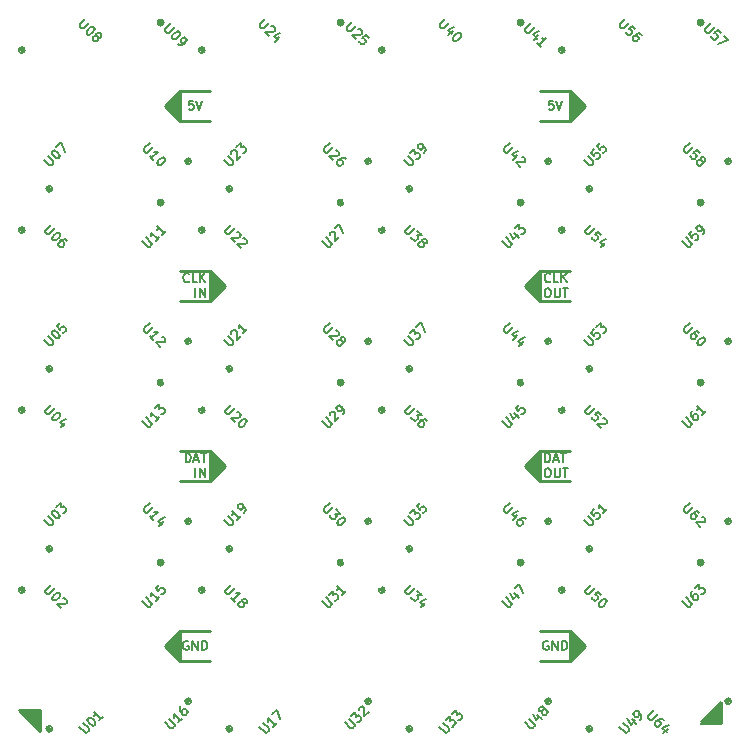
<source format=gto>
%TF.GenerationSoftware,KiCad,Pcbnew,4.0.6-e0-6349~53~ubuntu16.04.1*%
%TF.CreationDate,2017-08-11T00:01:19+05:30*%
%TF.ProjectId,ultim8x8,756C74696D3878382E6B696361645F70,2.0*%
%TF.FileFunction,Legend,Top*%
%FSLAX46Y46*%
G04 Gerber Fmt 4.6, Leading zero omitted, Abs format (unit mm)*
G04 Created by KiCad (PCBNEW 4.0.6-e0-6349~53~ubuntu16.04.1) date Fri Aug 11 00:01:19 2017*
%MOMM*%
%LPD*%
G01*
G04 APERTURE LIST*
%ADD10C,0.254000*%
%ADD11C,0.152400*%
%ADD12C,0.150000*%
%ADD13C,6.108000*%
%ADD14C,2.032000*%
G04 APERTURE END LIST*
D10*
X42164000Y-36576000D02*
X42164000Y-37084000D01*
X42418000Y-36322000D02*
X42418000Y-37338000D01*
X42672000Y-36068000D02*
X42672000Y-37592000D01*
X42926000Y-35814000D02*
X42926000Y-37846000D01*
X77216000Y-36576000D02*
X77216000Y-37084000D01*
X76962000Y-36322000D02*
X76962000Y-37338000D01*
X76708000Y-36068000D02*
X76708000Y-37592000D01*
X76454000Y-35814000D02*
X76454000Y-37846000D01*
X77216000Y-82296000D02*
X77216000Y-82804000D01*
X76962000Y-82042000D02*
X76962000Y-83058000D01*
X76708000Y-81788000D02*
X76708000Y-83312000D01*
X76454000Y-81534000D02*
X76454000Y-83566000D01*
X42164000Y-82296000D02*
X42164000Y-82804000D01*
X42418000Y-82042000D02*
X42418000Y-83058000D01*
X42672000Y-81788000D02*
X42672000Y-83312000D01*
X42926000Y-81534000D02*
X42926000Y-83566000D01*
X72644000Y-67056000D02*
X72644000Y-67564000D01*
X72898000Y-66802000D02*
X72898000Y-67818000D01*
X73152000Y-66548000D02*
X73152000Y-68072000D01*
X73406000Y-66294000D02*
X73406000Y-68326000D01*
X46736000Y-67056000D02*
X46736000Y-67564000D01*
X46482000Y-66802000D02*
X46482000Y-67818000D01*
X46228000Y-66548000D02*
X46228000Y-68072000D01*
X45974000Y-66294000D02*
X45974000Y-68326000D01*
X72644000Y-51816000D02*
X72644000Y-52324000D01*
X72898000Y-51562000D02*
X72898000Y-52578000D01*
X73152000Y-51308000D02*
X73152000Y-52832000D01*
X73406000Y-51054000D02*
X73406000Y-53086000D01*
X46736000Y-51816000D02*
X46736000Y-52324000D01*
X46482000Y-51562000D02*
X46482000Y-52578000D01*
X46228000Y-51308000D02*
X46228000Y-52832000D01*
X45974000Y-51054000D02*
X45974000Y-53086000D01*
X45720000Y-50800000D02*
X45720000Y-53340000D01*
X89014784Y-89056495D02*
X87236783Y-89056493D01*
X89014784Y-89056495D02*
X89014784Y-87278494D01*
X89014784Y-87278494D02*
X87236783Y-89056493D01*
X89014784Y-88802493D02*
X87490784Y-88802493D01*
X89014784Y-88548494D02*
X87744784Y-88548494D01*
X89014784Y-88294494D02*
X87998784Y-88294494D01*
X89014784Y-88040494D02*
X88252783Y-88040493D01*
X89014784Y-87786493D02*
X88506783Y-87786493D01*
X89014784Y-87532494D02*
X88760784Y-87532494D01*
X29845000Y-88011000D02*
X29845000Y-88265000D01*
X30099000Y-88011000D02*
X30099000Y-88519000D01*
X30353000Y-88011000D02*
X30353000Y-88773000D01*
X30607000Y-88011000D02*
X30607000Y-89027000D01*
X30861000Y-88011000D02*
X30861000Y-89281000D01*
X31115000Y-88011000D02*
X31115000Y-89535000D01*
X29591000Y-88011000D02*
X31369000Y-89789000D01*
X31369000Y-88011000D02*
X29591000Y-88011000D01*
X31369000Y-88011000D02*
X31369000Y-89789000D01*
X76200000Y-50800000D02*
X73660000Y-50800000D01*
X73660000Y-50800000D02*
X73660000Y-53340000D01*
X73660000Y-53340000D02*
X76200000Y-53340000D01*
X43180000Y-53340000D02*
X45720000Y-53340000D01*
X45720000Y-50800000D02*
X43180000Y-50800000D01*
X45720000Y-66040000D02*
X43180000Y-66040000D01*
X45720000Y-68580000D02*
X45720000Y-66040000D01*
X43180000Y-68580000D02*
X45720000Y-68580000D01*
X73660000Y-68580000D02*
X76200000Y-68580000D01*
X73660000Y-66040000D02*
X73660000Y-68580000D01*
X76200000Y-66040000D02*
X73660000Y-66040000D01*
X73660000Y-83820000D02*
X76200000Y-83820000D01*
X73660000Y-81280000D02*
X76200000Y-81280000D01*
X76200000Y-81280000D02*
X76200000Y-83820000D01*
X45720000Y-83820000D02*
X43180000Y-83820000D01*
X45720000Y-81280000D02*
X43180000Y-81280000D01*
X43180000Y-81280000D02*
X43180000Y-83820000D01*
X73660000Y-38100000D02*
X76200000Y-38100000D01*
X73660000Y-35560000D02*
X76200000Y-35560000D01*
X76200000Y-35560000D02*
X76200000Y-38100000D01*
X43180000Y-38100000D02*
X45720000Y-38100000D01*
X45720000Y-35560000D02*
X43180000Y-35560000D01*
X43180000Y-35560000D02*
X43180000Y-38100000D01*
X77470000Y-36830000D02*
X76200000Y-38100000D01*
X76200000Y-35560000D02*
X77470000Y-36830000D01*
X41910000Y-36830000D02*
X43180000Y-38100000D01*
X43180000Y-35560000D02*
X41910000Y-36830000D01*
X77470000Y-82550000D02*
X76200000Y-83820000D01*
X76200000Y-81280000D02*
X77470000Y-82550000D01*
X41910000Y-82550000D02*
X43180000Y-83820000D01*
X43180000Y-81280000D02*
X41910000Y-82550000D01*
X72390000Y-67310000D02*
X73660000Y-68580000D01*
X73660000Y-66040000D02*
X72390000Y-67310000D01*
X46990000Y-67310000D02*
X45720000Y-68580000D01*
X45720000Y-66040000D02*
X46990000Y-67310000D01*
X72390000Y-52070000D02*
X73660000Y-53340000D01*
X72390000Y-52070000D02*
X73660000Y-50800000D01*
X46990000Y-52070000D02*
X45720000Y-53340000D01*
X46990000Y-52070000D02*
X45720000Y-50800000D01*
D11*
X74095429Y-67007014D02*
X74095429Y-66245014D01*
X74276857Y-66245014D01*
X74385714Y-66281300D01*
X74458286Y-66353871D01*
X74494571Y-66426443D01*
X74530857Y-66571586D01*
X74530857Y-66680443D01*
X74494571Y-66825586D01*
X74458286Y-66898157D01*
X74385714Y-66970729D01*
X74276857Y-67007014D01*
X74095429Y-67007014D01*
X74821143Y-66789300D02*
X75184000Y-66789300D01*
X74748571Y-67007014D02*
X75002571Y-66245014D01*
X75256571Y-67007014D01*
X75401714Y-66245014D02*
X75837143Y-66245014D01*
X75619429Y-67007014D02*
X75619429Y-66245014D01*
X74240571Y-67540414D02*
X74385714Y-67540414D01*
X74458286Y-67576700D01*
X74530857Y-67649271D01*
X74567143Y-67794414D01*
X74567143Y-68048414D01*
X74530857Y-68193557D01*
X74458286Y-68266129D01*
X74385714Y-68302414D01*
X74240571Y-68302414D01*
X74168000Y-68266129D01*
X74095429Y-68193557D01*
X74059143Y-68048414D01*
X74059143Y-67794414D01*
X74095429Y-67649271D01*
X74168000Y-67576700D01*
X74240571Y-67540414D01*
X74893715Y-67540414D02*
X74893715Y-68157271D01*
X74930000Y-68229843D01*
X74966286Y-68266129D01*
X75038857Y-68302414D01*
X75184000Y-68302414D01*
X75256572Y-68266129D01*
X75292857Y-68229843D01*
X75329143Y-68157271D01*
X75329143Y-67540414D01*
X75583143Y-67540414D02*
X76018572Y-67540414D01*
X75800858Y-68302414D02*
X75800858Y-67540414D01*
X43651715Y-67007014D02*
X43651715Y-66245014D01*
X43833143Y-66245014D01*
X43942000Y-66281300D01*
X44014572Y-66353871D01*
X44050857Y-66426443D01*
X44087143Y-66571586D01*
X44087143Y-66680443D01*
X44050857Y-66825586D01*
X44014572Y-66898157D01*
X43942000Y-66970729D01*
X43833143Y-67007014D01*
X43651715Y-67007014D01*
X44377429Y-66789300D02*
X44740286Y-66789300D01*
X44304857Y-67007014D02*
X44558857Y-66245014D01*
X44812857Y-67007014D01*
X44958000Y-66245014D02*
X45393429Y-66245014D01*
X45175715Y-67007014D02*
X45175715Y-66245014D01*
X44486286Y-68302414D02*
X44486286Y-67540414D01*
X44849143Y-68302414D02*
X44849143Y-67540414D01*
X45284571Y-68302414D01*
X45284571Y-67540414D01*
X74530857Y-51694443D02*
X74494571Y-51730729D01*
X74385714Y-51767014D01*
X74313143Y-51767014D01*
X74204286Y-51730729D01*
X74131714Y-51658157D01*
X74095429Y-51585586D01*
X74059143Y-51440443D01*
X74059143Y-51331586D01*
X74095429Y-51186443D01*
X74131714Y-51113871D01*
X74204286Y-51041300D01*
X74313143Y-51005014D01*
X74385714Y-51005014D01*
X74494571Y-51041300D01*
X74530857Y-51077586D01*
X75220286Y-51767014D02*
X74857429Y-51767014D01*
X74857429Y-51005014D01*
X75474286Y-51767014D02*
X75474286Y-51005014D01*
X75909714Y-51767014D02*
X75583143Y-51331586D01*
X75909714Y-51005014D02*
X75474286Y-51440443D01*
X74240571Y-52300414D02*
X74385714Y-52300414D01*
X74458286Y-52336700D01*
X74530857Y-52409271D01*
X74567143Y-52554414D01*
X74567143Y-52808414D01*
X74530857Y-52953557D01*
X74458286Y-53026129D01*
X74385714Y-53062414D01*
X74240571Y-53062414D01*
X74168000Y-53026129D01*
X74095429Y-52953557D01*
X74059143Y-52808414D01*
X74059143Y-52554414D01*
X74095429Y-52409271D01*
X74168000Y-52336700D01*
X74240571Y-52300414D01*
X74893715Y-52300414D02*
X74893715Y-52917271D01*
X74930000Y-52989843D01*
X74966286Y-53026129D01*
X75038857Y-53062414D01*
X75184000Y-53062414D01*
X75256572Y-53026129D01*
X75292857Y-52989843D01*
X75329143Y-52917271D01*
X75329143Y-52300414D01*
X75583143Y-52300414D02*
X76018572Y-52300414D01*
X75800858Y-53062414D02*
X75800858Y-52300414D01*
X43942000Y-51694443D02*
X43905714Y-51730729D01*
X43796857Y-51767014D01*
X43724286Y-51767014D01*
X43615429Y-51730729D01*
X43542857Y-51658157D01*
X43506572Y-51585586D01*
X43470286Y-51440443D01*
X43470286Y-51331586D01*
X43506572Y-51186443D01*
X43542857Y-51113871D01*
X43615429Y-51041300D01*
X43724286Y-51005014D01*
X43796857Y-51005014D01*
X43905714Y-51041300D01*
X43942000Y-51077586D01*
X44631429Y-51767014D02*
X44268572Y-51767014D01*
X44268572Y-51005014D01*
X44885429Y-51767014D02*
X44885429Y-51005014D01*
X45320857Y-51767014D02*
X44994286Y-51331586D01*
X45320857Y-51005014D02*
X44885429Y-51440443D01*
X44486286Y-53062414D02*
X44486286Y-52300414D01*
X44849143Y-53062414D02*
X44849143Y-52300414D01*
X45284571Y-53062414D01*
X45284571Y-52300414D01*
X44304858Y-36412714D02*
X43942001Y-36412714D01*
X43905715Y-36775571D01*
X43942001Y-36739286D01*
X44014572Y-36703000D01*
X44196001Y-36703000D01*
X44268572Y-36739286D01*
X44304858Y-36775571D01*
X44341143Y-36848143D01*
X44341143Y-37029571D01*
X44304858Y-37102143D01*
X44268572Y-37138429D01*
X44196001Y-37174714D01*
X44014572Y-37174714D01*
X43942001Y-37138429D01*
X43905715Y-37102143D01*
X44558857Y-36412714D02*
X44812857Y-37174714D01*
X45066857Y-36412714D01*
X74784858Y-36412714D02*
X74422001Y-36412714D01*
X74385715Y-36775571D01*
X74422001Y-36739286D01*
X74494572Y-36703000D01*
X74676001Y-36703000D01*
X74748572Y-36739286D01*
X74784858Y-36775571D01*
X74821143Y-36848143D01*
X74821143Y-37029571D01*
X74784858Y-37102143D01*
X74748572Y-37138429D01*
X74676001Y-37174714D01*
X74494572Y-37174714D01*
X74422001Y-37138429D01*
X74385715Y-37102143D01*
X75038857Y-36412714D02*
X75292857Y-37174714D01*
X75546857Y-36412714D01*
X74349428Y-82169000D02*
X74276857Y-82132714D01*
X74168000Y-82132714D01*
X74059143Y-82169000D01*
X73986571Y-82241571D01*
X73950286Y-82314143D01*
X73914000Y-82459286D01*
X73914000Y-82568143D01*
X73950286Y-82713286D01*
X73986571Y-82785857D01*
X74059143Y-82858429D01*
X74168000Y-82894714D01*
X74240571Y-82894714D01*
X74349428Y-82858429D01*
X74385714Y-82822143D01*
X74385714Y-82568143D01*
X74240571Y-82568143D01*
X74712286Y-82894714D02*
X74712286Y-82132714D01*
X75147714Y-82894714D01*
X75147714Y-82132714D01*
X75510572Y-82894714D02*
X75510572Y-82132714D01*
X75692000Y-82132714D01*
X75800857Y-82169000D01*
X75873429Y-82241571D01*
X75909714Y-82314143D01*
X75946000Y-82459286D01*
X75946000Y-82568143D01*
X75909714Y-82713286D01*
X75873429Y-82785857D01*
X75800857Y-82858429D01*
X75692000Y-82894714D01*
X75510572Y-82894714D01*
X43869428Y-82169000D02*
X43796857Y-82132714D01*
X43688000Y-82132714D01*
X43579143Y-82169000D01*
X43506571Y-82241571D01*
X43470286Y-82314143D01*
X43434000Y-82459286D01*
X43434000Y-82568143D01*
X43470286Y-82713286D01*
X43506571Y-82785857D01*
X43579143Y-82858429D01*
X43688000Y-82894714D01*
X43760571Y-82894714D01*
X43869428Y-82858429D01*
X43905714Y-82822143D01*
X43905714Y-82568143D01*
X43760571Y-82568143D01*
X44232286Y-82894714D02*
X44232286Y-82132714D01*
X44667714Y-82894714D01*
X44667714Y-82132714D01*
X45030572Y-82894714D02*
X45030572Y-82132714D01*
X45212000Y-82132714D01*
X45320857Y-82169000D01*
X45393429Y-82241571D01*
X45429714Y-82314143D01*
X45466000Y-82459286D01*
X45466000Y-82568143D01*
X45429714Y-82713286D01*
X45393429Y-82785857D01*
X45320857Y-82858429D01*
X45212000Y-82894714D01*
X45030572Y-82894714D01*
D12*
X47615975Y-43872892D02*
G75*
G03X47615975Y-43872892I-254001J0D01*
G01*
X47488974Y-43872892D02*
G75*
G03X47488974Y-43872892I-127000J0D01*
G01*
X89846893Y-56778026D02*
G75*
G03X89846893Y-56778026I-254001J0D01*
G01*
X89719892Y-56778026D02*
G75*
G03X89719892Y-56778026I-127000J0D01*
G01*
X87512027Y-45027108D02*
G75*
G03X87512027Y-45027108I-254001J0D01*
G01*
X87385026Y-45027108D02*
G75*
G03X87385026Y-45027108I-127000J0D01*
G01*
X75761109Y-47361974D02*
G75*
G03X75761109Y-47361974I-254001J0D01*
G01*
X75634108Y-47361974D02*
G75*
G03X75634108Y-47361974I-127000J0D01*
G01*
X78095975Y-59112892D02*
G75*
G03X78095975Y-59112892I-254001J0D01*
G01*
X77968974Y-59112892D02*
G75*
G03X77968974Y-59112892I-127000J0D01*
G01*
X60521109Y-47361974D02*
G75*
G03X60521109Y-47361974I-254001J0D01*
G01*
X60394108Y-47361974D02*
G75*
G03X60394108Y-47361974I-127000J0D01*
G01*
X47615975Y-74352892D02*
G75*
G03X47615975Y-74352892I-254001J0D01*
G01*
X47488974Y-74352892D02*
G75*
G03X47488974Y-74352892I-127000J0D01*
G01*
X44126893Y-56778026D02*
G75*
G03X44126893Y-56778026I-254001J0D01*
G01*
X43999892Y-56778026D02*
G75*
G03X43999892Y-56778026I-127000J0D01*
G01*
X41792027Y-45027108D02*
G75*
G03X41792027Y-45027108I-254001J0D01*
G01*
X41665026Y-45027108D02*
G75*
G03X41665026Y-45027108I-127000J0D01*
G01*
X30041109Y-47361974D02*
G75*
G03X30041109Y-47361974I-254001J0D01*
G01*
X29914108Y-47361974D02*
G75*
G03X29914108Y-47361974I-127000J0D01*
G01*
X32375975Y-59112892D02*
G75*
G03X32375975Y-59112892I-254001J0D01*
G01*
X32248974Y-59112892D02*
G75*
G03X32248974Y-59112892I-127000J0D01*
G01*
X89846893Y-72018026D02*
G75*
G03X89846893Y-72018026I-254001J0D01*
G01*
X89719892Y-72018026D02*
G75*
G03X89719892Y-72018026I-127000J0D01*
G01*
X87512027Y-60267108D02*
G75*
G03X87512027Y-60267108I-254001J0D01*
G01*
X87385026Y-60267108D02*
G75*
G03X87385026Y-60267108I-127000J0D01*
G01*
X89846893Y-41538026D02*
G75*
G03X89846893Y-41538026I-254001J0D01*
G01*
X89719892Y-41538026D02*
G75*
G03X89719892Y-41538026I-127000J0D01*
G01*
X87512027Y-29787108D02*
G75*
G03X87512027Y-29787108I-254001J0D01*
G01*
X87385026Y-29787108D02*
G75*
G03X87385026Y-29787108I-127000J0D01*
G01*
X75761109Y-32121974D02*
G75*
G03X75761109Y-32121974I-254001J0D01*
G01*
X75634108Y-32121974D02*
G75*
G03X75634108Y-32121974I-127000J0D01*
G01*
X78095975Y-43872892D02*
G75*
G03X78095975Y-43872892I-254001J0D01*
G01*
X77968974Y-43872892D02*
G75*
G03X77968974Y-43872892I-127000J0D01*
G01*
X75761109Y-62601974D02*
G75*
G03X75761109Y-62601974I-254001J0D01*
G01*
X75634108Y-62601974D02*
G75*
G03X75634108Y-62601974I-127000J0D01*
G01*
X78095975Y-74352892D02*
G75*
G03X78095975Y-74352892I-254001J0D01*
G01*
X77968974Y-74352892D02*
G75*
G03X77968974Y-74352892I-127000J0D01*
G01*
X75761109Y-77841974D02*
G75*
G03X75761109Y-77841974I-254001J0D01*
G01*
X75634108Y-77841974D02*
G75*
G03X75634108Y-77841974I-127000J0D01*
G01*
X72272027Y-75507108D02*
G75*
G03X72272027Y-75507108I-254001J0D01*
G01*
X72145026Y-75507108D02*
G75*
G03X72145026Y-75507108I-127000J0D01*
G01*
X74606893Y-72018026D02*
G75*
G03X74606893Y-72018026I-254001J0D01*
G01*
X74479892Y-72018026D02*
G75*
G03X74479892Y-72018026I-127000J0D01*
G01*
X72272027Y-60267108D02*
G75*
G03X72272027Y-60267108I-254001J0D01*
G01*
X72145026Y-60267108D02*
G75*
G03X72145026Y-60267108I-127000J0D01*
G01*
X74606893Y-56778026D02*
G75*
G03X74606893Y-56778026I-254001J0D01*
G01*
X74479892Y-56778026D02*
G75*
G03X74479892Y-56778026I-127000J0D01*
G01*
X74606893Y-41538026D02*
G75*
G03X74606893Y-41538026I-254001J0D01*
G01*
X74479892Y-41538026D02*
G75*
G03X74479892Y-41538026I-127000J0D01*
G01*
X72272027Y-29787108D02*
G75*
G03X72272027Y-29787108I-254001J0D01*
G01*
X72145026Y-29787108D02*
G75*
G03X72145026Y-29787108I-127000J0D01*
G01*
X60521109Y-32121974D02*
G75*
G03X60521109Y-32121974I-254001J0D01*
G01*
X60394108Y-32121974D02*
G75*
G03X60394108Y-32121974I-127000J0D01*
G01*
X62855975Y-43872892D02*
G75*
G03X62855975Y-43872892I-254001J0D01*
G01*
X62728974Y-43872892D02*
G75*
G03X62728974Y-43872892I-127000J0D01*
G01*
X62855975Y-59112892D02*
G75*
G03X62855975Y-59112892I-254001J0D01*
G01*
X62728974Y-59112892D02*
G75*
G03X62728974Y-59112892I-127000J0D01*
G01*
X60521109Y-62601974D02*
G75*
G03X60521109Y-62601974I-254001J0D01*
G01*
X60394108Y-62601974D02*
G75*
G03X60394108Y-62601974I-127000J0D01*
G01*
X62855975Y-74352892D02*
G75*
G03X62855975Y-74352892I-254001J0D01*
G01*
X62728974Y-74352892D02*
G75*
G03X62728974Y-74352892I-127000J0D01*
G01*
X60521109Y-77841974D02*
G75*
G03X60521109Y-77841974I-254001J0D01*
G01*
X60394108Y-77841974D02*
G75*
G03X60394108Y-77841974I-127000J0D01*
G01*
X57032027Y-75507108D02*
G75*
G03X57032027Y-75507108I-254001J0D01*
G01*
X56905026Y-75507108D02*
G75*
G03X56905026Y-75507108I-127000J0D01*
G01*
X59366893Y-72018026D02*
G75*
G03X59366893Y-72018026I-254001J0D01*
G01*
X59239892Y-72018026D02*
G75*
G03X59239892Y-72018026I-127000J0D01*
G01*
X57032027Y-60267108D02*
G75*
G03X57032027Y-60267108I-254001J0D01*
G01*
X56905026Y-60267108D02*
G75*
G03X56905026Y-60267108I-127000J0D01*
G01*
X59366893Y-56778026D02*
G75*
G03X59366893Y-56778026I-254001J0D01*
G01*
X59239892Y-56778026D02*
G75*
G03X59239892Y-56778026I-127000J0D01*
G01*
X57032027Y-45027108D02*
G75*
G03X57032027Y-45027108I-254001J0D01*
G01*
X56905026Y-45027108D02*
G75*
G03X56905026Y-45027108I-127000J0D01*
G01*
X59366893Y-41538026D02*
G75*
G03X59366893Y-41538026I-254001J0D01*
G01*
X59239892Y-41538026D02*
G75*
G03X59239892Y-41538026I-127000J0D01*
G01*
X57032027Y-29787108D02*
G75*
G03X57032027Y-29787108I-254001J0D01*
G01*
X56905026Y-29787108D02*
G75*
G03X56905026Y-29787108I-127000J0D01*
G01*
X45281109Y-32121974D02*
G75*
G03X45281109Y-32121974I-254001J0D01*
G01*
X45154108Y-32121974D02*
G75*
G03X45154108Y-32121974I-127000J0D01*
G01*
X45281109Y-47361974D02*
G75*
G03X45281109Y-47361974I-254001J0D01*
G01*
X45154108Y-47361974D02*
G75*
G03X45154108Y-47361974I-127000J0D01*
G01*
X47615975Y-59112892D02*
G75*
G03X47615975Y-59112892I-254001J0D01*
G01*
X47488974Y-59112892D02*
G75*
G03X47488974Y-59112892I-127000J0D01*
G01*
X45281109Y-62601974D02*
G75*
G03X45281109Y-62601974I-254001J0D01*
G01*
X45154108Y-62601974D02*
G75*
G03X45154108Y-62601974I-127000J0D01*
G01*
X45281109Y-77841974D02*
G75*
G03X45281109Y-77841974I-254001J0D01*
G01*
X45154108Y-77841974D02*
G75*
G03X45154108Y-77841974I-127000J0D01*
G01*
X41792027Y-75507108D02*
G75*
G03X41792027Y-75507108I-254001J0D01*
G01*
X41665026Y-75507108D02*
G75*
G03X41665026Y-75507108I-127000J0D01*
G01*
X44126893Y-72018026D02*
G75*
G03X44126893Y-72018026I-254001J0D01*
G01*
X43999892Y-72018026D02*
G75*
G03X43999892Y-72018026I-127000J0D01*
G01*
X41792027Y-60267108D02*
G75*
G03X41792027Y-60267108I-254001J0D01*
G01*
X41665026Y-60267108D02*
G75*
G03X41665026Y-60267108I-127000J0D01*
G01*
X44126893Y-41538026D02*
G75*
G03X44126893Y-41538026I-254001J0D01*
G01*
X43999892Y-41538026D02*
G75*
G03X43999892Y-41538026I-127000J0D01*
G01*
X41792027Y-29787108D02*
G75*
G03X41792027Y-29787108I-254001J0D01*
G01*
X41665026Y-29787108D02*
G75*
G03X41665026Y-29787108I-127000J0D01*
G01*
X30041109Y-32121974D02*
G75*
G03X30041109Y-32121974I-254001J0D01*
G01*
X29914108Y-32121974D02*
G75*
G03X29914108Y-32121974I-127000J0D01*
G01*
X32375975Y-43872892D02*
G75*
G03X32375975Y-43872892I-254001J0D01*
G01*
X32248974Y-43872892D02*
G75*
G03X32248974Y-43872892I-127000J0D01*
G01*
X32375975Y-74352892D02*
G75*
G03X32375975Y-74352892I-254001J0D01*
G01*
X32248974Y-74352892D02*
G75*
G03X32248974Y-74352892I-127000J0D01*
G01*
X30041109Y-77841974D02*
G75*
G03X30041109Y-77841974I-254001J0D01*
G01*
X29914108Y-77841974D02*
G75*
G03X29914108Y-77841974I-127000J0D01*
G01*
X30041109Y-62601974D02*
G75*
G03X30041109Y-62601974I-254001J0D01*
G01*
X29914108Y-62601974D02*
G75*
G03X29914108Y-62601974I-127000J0D01*
G01*
X32375975Y-89592892D02*
G75*
G03X32375975Y-89592892I-254001J0D01*
G01*
X32248974Y-89592892D02*
G75*
G03X32248974Y-89592892I-127000J0D01*
G01*
X44126893Y-87258026D02*
G75*
G03X44126893Y-87258026I-254001J0D01*
G01*
X43999892Y-87258026D02*
G75*
G03X43999892Y-87258026I-127000J0D01*
G01*
X47615975Y-89592892D02*
G75*
G03X47615975Y-89592892I-254001J0D01*
G01*
X47488974Y-89592892D02*
G75*
G03X47488974Y-89592892I-127000J0D01*
G01*
X59366893Y-87258026D02*
G75*
G03X59366893Y-87258026I-254001J0D01*
G01*
X59239892Y-87258026D02*
G75*
G03X59239892Y-87258026I-127000J0D01*
G01*
X62855975Y-89592892D02*
G75*
G03X62855975Y-89592892I-254001J0D01*
G01*
X62728974Y-89592892D02*
G75*
G03X62728974Y-89592892I-127000J0D01*
G01*
X74606893Y-87258026D02*
G75*
G03X74606893Y-87258026I-254001J0D01*
G01*
X74479892Y-87258026D02*
G75*
G03X74479892Y-87258026I-127000J0D01*
G01*
X78095975Y-89592892D02*
G75*
G03X78095975Y-89592892I-254001J0D01*
G01*
X77968974Y-89592892D02*
G75*
G03X77968974Y-89592892I-127000J0D01*
G01*
X89846893Y-87258026D02*
G75*
G03X89846893Y-87258026I-254001J0D01*
G01*
X89719892Y-87258026D02*
G75*
G03X89719892Y-87258026I-127000J0D01*
G01*
X72272027Y-45027108D02*
G75*
G03X72272027Y-45027108I-254001J0D01*
G01*
X72145026Y-45027108D02*
G75*
G03X72145026Y-45027108I-127000J0D01*
G01*
X87512027Y-75507108D02*
G75*
G03X87512027Y-75507108I-254001J0D01*
G01*
X87385026Y-75507108D02*
G75*
G03X87385026Y-75507108I-127000J0D01*
G01*
X46890638Y-41389802D02*
X47348574Y-41847738D01*
X47429385Y-41874675D01*
X47483261Y-41874675D01*
X47564073Y-41847738D01*
X47671822Y-41739988D01*
X47698760Y-41659176D01*
X47698760Y-41605301D01*
X47671822Y-41524489D01*
X47213887Y-41066553D01*
X47510198Y-40877991D02*
X47510198Y-40824117D01*
X47537136Y-40743305D01*
X47671822Y-40608618D01*
X47752634Y-40581680D01*
X47806509Y-40581680D01*
X47887322Y-40608618D01*
X47941196Y-40662492D01*
X47995071Y-40770242D01*
X47995071Y-41416740D01*
X48345258Y-41066553D01*
X47968134Y-40312306D02*
X48318320Y-39962120D01*
X48345258Y-40366181D01*
X48426070Y-40285369D01*
X48506882Y-40258432D01*
X48560757Y-40258431D01*
X48641569Y-40285369D01*
X48776256Y-40420056D01*
X48803193Y-40500867D01*
X48803193Y-40554743D01*
X48776256Y-40635555D01*
X48614631Y-40797180D01*
X48533820Y-40824117D01*
X48479944Y-40824116D01*
X86328618Y-55229058D02*
X85870682Y-55686994D01*
X85843745Y-55767805D01*
X85843745Y-55821681D01*
X85870682Y-55902493D01*
X85978432Y-56010242D01*
X86059244Y-56037180D01*
X86113119Y-56037180D01*
X86193931Y-56010242D01*
X86651867Y-55552307D01*
X87163677Y-56064117D02*
X87055927Y-55956367D01*
X86975115Y-55929430D01*
X86921241Y-55929430D01*
X86786553Y-55956367D01*
X86651867Y-56037180D01*
X86436367Y-56252679D01*
X86409430Y-56333491D01*
X86409429Y-56387366D01*
X86436367Y-56468178D01*
X86544117Y-56575928D01*
X86624929Y-56602865D01*
X86678805Y-56602865D01*
X86759616Y-56575928D01*
X86894303Y-56441241D01*
X86921241Y-56360429D01*
X86921240Y-56306553D01*
X86894303Y-56225742D01*
X86786553Y-56117992D01*
X86705741Y-56091054D01*
X86651867Y-56091054D01*
X86571054Y-56117992D01*
X87567738Y-56468178D02*
X87621613Y-56522053D01*
X87648551Y-56602865D01*
X87648551Y-56656740D01*
X87621613Y-56737553D01*
X87540801Y-56872240D01*
X87406114Y-57006926D01*
X87271427Y-57087739D01*
X87190615Y-57114675D01*
X87136740Y-57114676D01*
X87055928Y-57087739D01*
X87002053Y-57033864D01*
X86975115Y-56953052D01*
X86975115Y-56899176D01*
X87002053Y-56818364D01*
X87082865Y-56683678D01*
X87217552Y-56548991D01*
X87352239Y-56468178D01*
X87433051Y-56441240D01*
X87486926Y-56441241D01*
X87567738Y-56468178D01*
X85709058Y-48291382D02*
X86166994Y-48749318D01*
X86247805Y-48776255D01*
X86301681Y-48776255D01*
X86382493Y-48749318D01*
X86490242Y-48641568D01*
X86517180Y-48560756D01*
X86517180Y-48506881D01*
X86490242Y-48426069D01*
X86032307Y-47968133D01*
X86571055Y-47429385D02*
X86301680Y-47698760D01*
X86544117Y-47995071D01*
X86544117Y-47941196D01*
X86571055Y-47860384D01*
X86705742Y-47725697D01*
X86786553Y-47698760D01*
X86840429Y-47698759D01*
X86921241Y-47725697D01*
X87055928Y-47860384D01*
X87082865Y-47941195D01*
X87082865Y-47995071D01*
X87055928Y-48075883D01*
X86921241Y-48210570D01*
X86840429Y-48237508D01*
X86786553Y-48237507D01*
X87433051Y-47698760D02*
X87540801Y-47591010D01*
X87567739Y-47510198D01*
X87567738Y-47456322D01*
X87540802Y-47321636D01*
X87459989Y-47186949D01*
X87244490Y-46971449D01*
X87163678Y-46944512D01*
X87109802Y-46944512D01*
X87028991Y-46971449D01*
X86921241Y-47079199D01*
X86894303Y-47160012D01*
X86894303Y-47213886D01*
X86921241Y-47294698D01*
X87055928Y-47429385D01*
X87136740Y-47456322D01*
X87190615Y-47456323D01*
X87271427Y-47429385D01*
X87379177Y-47321636D01*
X87406114Y-47240824D01*
X87406114Y-47186948D01*
X87379177Y-47106136D01*
X77990198Y-46890638D02*
X77532262Y-47348574D01*
X77505325Y-47429385D01*
X77505325Y-47483261D01*
X77532262Y-47564073D01*
X77640012Y-47671822D01*
X77720824Y-47698760D01*
X77774699Y-47698760D01*
X77855511Y-47671822D01*
X78313447Y-47213887D01*
X78852195Y-47752635D02*
X78582820Y-47483260D01*
X78286509Y-47725697D01*
X78340384Y-47725697D01*
X78421196Y-47752635D01*
X78555883Y-47887322D01*
X78582820Y-47968133D01*
X78582821Y-48022009D01*
X78555883Y-48102821D01*
X78421196Y-48237508D01*
X78340385Y-48264445D01*
X78286509Y-48264445D01*
X78205697Y-48237508D01*
X78071010Y-48102821D01*
X78044072Y-48022009D01*
X78044073Y-47968133D01*
X79175444Y-48453006D02*
X78798320Y-48830131D01*
X79256255Y-48102821D02*
X78717508Y-48372195D01*
X79067694Y-48722381D01*
X77370638Y-56629802D02*
X77828574Y-57087738D01*
X77909385Y-57114675D01*
X77963261Y-57114675D01*
X78044073Y-57087738D01*
X78151822Y-56979988D01*
X78178760Y-56899176D01*
X78178760Y-56845301D01*
X78151822Y-56764489D01*
X77693887Y-56306553D01*
X78232635Y-55767805D02*
X77963260Y-56037180D01*
X78205697Y-56333491D01*
X78205697Y-56279616D01*
X78232635Y-56198804D01*
X78367322Y-56064117D01*
X78448133Y-56037180D01*
X78502009Y-56037179D01*
X78582821Y-56064117D01*
X78717508Y-56198804D01*
X78744445Y-56279615D01*
X78744445Y-56333491D01*
X78717508Y-56414303D01*
X78582821Y-56548990D01*
X78502009Y-56575928D01*
X78448133Y-56575927D01*
X78448134Y-55552306D02*
X78798320Y-55202120D01*
X78825258Y-55606181D01*
X78906070Y-55525369D01*
X78986882Y-55498432D01*
X79040757Y-55498431D01*
X79121569Y-55525369D01*
X79256256Y-55660056D01*
X79283193Y-55740867D01*
X79283193Y-55794743D01*
X79256256Y-55875555D01*
X79094631Y-56037180D01*
X79013820Y-56064117D01*
X78959944Y-56064116D01*
X62750198Y-46890638D02*
X62292262Y-47348574D01*
X62265325Y-47429385D01*
X62265325Y-47483261D01*
X62292262Y-47564073D01*
X62400012Y-47671822D01*
X62480824Y-47698760D01*
X62534699Y-47698760D01*
X62615511Y-47671822D01*
X63073447Y-47213887D01*
X63288946Y-47429386D02*
X63639132Y-47779572D01*
X63235071Y-47806509D01*
X63315883Y-47887322D01*
X63342820Y-47968133D01*
X63342821Y-48022009D01*
X63315883Y-48102821D01*
X63181196Y-48237508D01*
X63100385Y-48264445D01*
X63046509Y-48264445D01*
X62965697Y-48237508D01*
X62804072Y-48075883D01*
X62777135Y-47995071D01*
X62777136Y-47941196D01*
X63719944Y-48345258D02*
X63693006Y-48264445D01*
X63693007Y-48210570D01*
X63719944Y-48129758D01*
X63746882Y-48102821D01*
X63827694Y-48075883D01*
X63881568Y-48075883D01*
X63962381Y-48102821D01*
X64070131Y-48210571D01*
X64097068Y-48291382D01*
X64097068Y-48345258D01*
X64070131Y-48426070D01*
X64043193Y-48453007D01*
X63962382Y-48479944D01*
X63908506Y-48479944D01*
X63827694Y-48453007D01*
X63719944Y-48345258D01*
X63639132Y-48318320D01*
X63585258Y-48318320D01*
X63504445Y-48345258D01*
X63396695Y-48453007D01*
X63369758Y-48533819D01*
X63369758Y-48587694D01*
X63396695Y-48668506D01*
X63504445Y-48776256D01*
X63585257Y-48803193D01*
X63639133Y-48803193D01*
X63719944Y-48776256D01*
X63827694Y-48668506D01*
X63854632Y-48587694D01*
X63854631Y-48533819D01*
X63827694Y-48453007D01*
X46890638Y-71869802D02*
X47348574Y-72327738D01*
X47429385Y-72354675D01*
X47483261Y-72354675D01*
X47564073Y-72327738D01*
X47671822Y-72219988D01*
X47698760Y-72139176D01*
X47698760Y-72085301D01*
X47671822Y-72004489D01*
X47213887Y-71546553D01*
X48345258Y-71546553D02*
X48022009Y-71869802D01*
X48183633Y-71708178D02*
X47617947Y-71142493D01*
X47644885Y-71277179D01*
X47644885Y-71384929D01*
X47617947Y-71465741D01*
X48614631Y-71277180D02*
X48722381Y-71169430D01*
X48749319Y-71088618D01*
X48749318Y-71034742D01*
X48722382Y-70900056D01*
X48641569Y-70765369D01*
X48426070Y-70549869D01*
X48345258Y-70522932D01*
X48291382Y-70522932D01*
X48210571Y-70549869D01*
X48102821Y-70657619D01*
X48075883Y-70738432D01*
X48075883Y-70792306D01*
X48102821Y-70873118D01*
X48237508Y-71007805D01*
X48318320Y-71034742D01*
X48372195Y-71034743D01*
X48453007Y-71007805D01*
X48560757Y-70900056D01*
X48587694Y-70819244D01*
X48587694Y-70765368D01*
X48560757Y-70684556D01*
X40608618Y-55229058D02*
X40150682Y-55686994D01*
X40123745Y-55767805D01*
X40123745Y-55821681D01*
X40150682Y-55902493D01*
X40258432Y-56010242D01*
X40339244Y-56037180D01*
X40393119Y-56037180D01*
X40473931Y-56010242D01*
X40931867Y-55552307D01*
X40931867Y-56683678D02*
X40608618Y-56360429D01*
X40770242Y-56522053D02*
X41335927Y-55956367D01*
X41201241Y-55983305D01*
X41093491Y-55983305D01*
X41012679Y-55956367D01*
X41659177Y-56387366D02*
X41713051Y-56387366D01*
X41793864Y-56414304D01*
X41928551Y-56548991D01*
X41955488Y-56629802D01*
X41955488Y-56683678D01*
X41928551Y-56764490D01*
X41874676Y-56818364D01*
X41766926Y-56872240D01*
X41120429Y-56872240D01*
X41470615Y-57222426D01*
X39989058Y-48291382D02*
X40446994Y-48749318D01*
X40527805Y-48776255D01*
X40581681Y-48776255D01*
X40662493Y-48749318D01*
X40770242Y-48641568D01*
X40797180Y-48560756D01*
X40797180Y-48506881D01*
X40770242Y-48426069D01*
X40312307Y-47968133D01*
X41443678Y-47968133D02*
X41120429Y-48291382D01*
X41282053Y-48129758D02*
X40716367Y-47564073D01*
X40743305Y-47698759D01*
X40743305Y-47806509D01*
X40716367Y-47887321D01*
X41982426Y-47429385D02*
X41659177Y-47752634D01*
X41820801Y-47591010D02*
X41255115Y-47025325D01*
X41282053Y-47160011D01*
X41282053Y-47267761D01*
X41255115Y-47348573D01*
X32270198Y-46890638D02*
X31812262Y-47348574D01*
X31785325Y-47429385D01*
X31785325Y-47483261D01*
X31812262Y-47564073D01*
X31920012Y-47671822D01*
X32000824Y-47698760D01*
X32054699Y-47698760D01*
X32135511Y-47671822D01*
X32593447Y-47213887D01*
X32970570Y-47591010D02*
X33024445Y-47644885D01*
X33051382Y-47725697D01*
X33051382Y-47779571D01*
X33024445Y-47860385D01*
X32943633Y-47995071D01*
X32808946Y-48129758D01*
X32674259Y-48210571D01*
X32593447Y-48237507D01*
X32539571Y-48237508D01*
X32458760Y-48210571D01*
X32404885Y-48156695D01*
X32377947Y-48075884D01*
X32377947Y-48022008D01*
X32404885Y-47941196D01*
X32485697Y-47806509D01*
X32620384Y-47671822D01*
X32755071Y-47591010D01*
X32835883Y-47564072D01*
X32889758Y-47564073D01*
X32970570Y-47591010D01*
X33644005Y-48264445D02*
X33536255Y-48156695D01*
X33455444Y-48129758D01*
X33401569Y-48129758D01*
X33266882Y-48156695D01*
X33132195Y-48237508D01*
X32916695Y-48453007D01*
X32889758Y-48533819D01*
X32889758Y-48587694D01*
X32916695Y-48668506D01*
X33024445Y-48776256D01*
X33105257Y-48803193D01*
X33159133Y-48803193D01*
X33239944Y-48776256D01*
X33374631Y-48641569D01*
X33401569Y-48560757D01*
X33401568Y-48506882D01*
X33374631Y-48426070D01*
X33266882Y-48318320D01*
X33186069Y-48291382D01*
X33132195Y-48291382D01*
X33051382Y-48318320D01*
X31650638Y-56629802D02*
X32108574Y-57087738D01*
X32189385Y-57114675D01*
X32243261Y-57114675D01*
X32324073Y-57087738D01*
X32431822Y-56979988D01*
X32458760Y-56899176D01*
X32458760Y-56845301D01*
X32431822Y-56764489D01*
X31973887Y-56306553D01*
X32351010Y-55929430D02*
X32404885Y-55875555D01*
X32485697Y-55848618D01*
X32539571Y-55848618D01*
X32620385Y-55875555D01*
X32755071Y-55956367D01*
X32889758Y-56091054D01*
X32970571Y-56225741D01*
X32997507Y-56306553D01*
X32997508Y-56360429D01*
X32970571Y-56441240D01*
X32916695Y-56495115D01*
X32835884Y-56522053D01*
X32782008Y-56522053D01*
X32701196Y-56495115D01*
X32566509Y-56414303D01*
X32431822Y-56279616D01*
X32351010Y-56144929D01*
X32324072Y-56064117D01*
X32324073Y-56010242D01*
X32351010Y-55929430D01*
X33051383Y-55229057D02*
X32782009Y-55498432D01*
X33024445Y-55794742D01*
X33024445Y-55740868D01*
X33051383Y-55660056D01*
X33186070Y-55525369D01*
X33266882Y-55498432D01*
X33320757Y-55498431D01*
X33401569Y-55525369D01*
X33536256Y-55660056D01*
X33563193Y-55740867D01*
X33563193Y-55794743D01*
X33536256Y-55875555D01*
X33401569Y-56010242D01*
X33320757Y-56037180D01*
X33266882Y-56037179D01*
X86328618Y-70469058D02*
X85870682Y-70926994D01*
X85843745Y-71007805D01*
X85843745Y-71061681D01*
X85870682Y-71142493D01*
X85978432Y-71250242D01*
X86059244Y-71277180D01*
X86113119Y-71277180D01*
X86193931Y-71250242D01*
X86651867Y-70792307D01*
X87163677Y-71304117D02*
X87055927Y-71196367D01*
X86975115Y-71169430D01*
X86921241Y-71169430D01*
X86786553Y-71196367D01*
X86651867Y-71277180D01*
X86436367Y-71492679D01*
X86409430Y-71573491D01*
X86409429Y-71627366D01*
X86436367Y-71708178D01*
X86544117Y-71815928D01*
X86624929Y-71842865D01*
X86678805Y-71842865D01*
X86759616Y-71815928D01*
X86894303Y-71681241D01*
X86921241Y-71600429D01*
X86921240Y-71546553D01*
X86894303Y-71465742D01*
X86786553Y-71357992D01*
X86705741Y-71331054D01*
X86651867Y-71331054D01*
X86571054Y-71357992D01*
X87379177Y-71627366D02*
X87433051Y-71627366D01*
X87513864Y-71654304D01*
X87648551Y-71788991D01*
X87675488Y-71869802D01*
X87675488Y-71923678D01*
X87648551Y-72004490D01*
X87594676Y-72058364D01*
X87486926Y-72112240D01*
X86840429Y-72112240D01*
X87190615Y-72462426D01*
X85709058Y-63531382D02*
X86166994Y-63989318D01*
X86247805Y-64016255D01*
X86301681Y-64016255D01*
X86382493Y-63989318D01*
X86490242Y-63881568D01*
X86517180Y-63800756D01*
X86517180Y-63746881D01*
X86490242Y-63666069D01*
X86032307Y-63208133D01*
X86544117Y-62696323D02*
X86436367Y-62804073D01*
X86409430Y-62884885D01*
X86409430Y-62938759D01*
X86436367Y-63073447D01*
X86517180Y-63208133D01*
X86732679Y-63423633D01*
X86813491Y-63450570D01*
X86867366Y-63450571D01*
X86948178Y-63423633D01*
X87055928Y-63315883D01*
X87082865Y-63235071D01*
X87082865Y-63181195D01*
X87055928Y-63100384D01*
X86921241Y-62965697D01*
X86840429Y-62938759D01*
X86786553Y-62938760D01*
X86705742Y-62965697D01*
X86597992Y-63073447D01*
X86571054Y-63154259D01*
X86571054Y-63208133D01*
X86597992Y-63288946D01*
X87702426Y-62669385D02*
X87379177Y-62992634D01*
X87540801Y-62831010D02*
X86975115Y-62265325D01*
X87002053Y-62400011D01*
X87002053Y-62507761D01*
X86975115Y-62588573D01*
X86328618Y-39989058D02*
X85870682Y-40446994D01*
X85843745Y-40527805D01*
X85843745Y-40581681D01*
X85870682Y-40662493D01*
X85978432Y-40770242D01*
X86059244Y-40797180D01*
X86113119Y-40797180D01*
X86193931Y-40770242D01*
X86651867Y-40312307D01*
X87190615Y-40851055D02*
X86921240Y-40581680D01*
X86624929Y-40824117D01*
X86678804Y-40824117D01*
X86759616Y-40851055D01*
X86894303Y-40985742D01*
X86921240Y-41066553D01*
X86921241Y-41120429D01*
X86894303Y-41201241D01*
X86759616Y-41335928D01*
X86678805Y-41362865D01*
X86624929Y-41362865D01*
X86544117Y-41335928D01*
X86409430Y-41201241D01*
X86382492Y-41120429D01*
X86382493Y-41066553D01*
X87298364Y-41443678D02*
X87271426Y-41362865D01*
X87271427Y-41308990D01*
X87298364Y-41228178D01*
X87325302Y-41201241D01*
X87406114Y-41174303D01*
X87459988Y-41174303D01*
X87540801Y-41201241D01*
X87648551Y-41308991D01*
X87675488Y-41389802D01*
X87675488Y-41443678D01*
X87648551Y-41524490D01*
X87621613Y-41551427D01*
X87540802Y-41578364D01*
X87486926Y-41578364D01*
X87406114Y-41551427D01*
X87298364Y-41443678D01*
X87217552Y-41416740D01*
X87163678Y-41416740D01*
X87082865Y-41443678D01*
X86975115Y-41551427D01*
X86948178Y-41632239D01*
X86948178Y-41686114D01*
X86975115Y-41766926D01*
X87082865Y-41874676D01*
X87163677Y-41901613D01*
X87217553Y-41901613D01*
X87298364Y-41874676D01*
X87406114Y-41766926D01*
X87433052Y-41686114D01*
X87433051Y-41632239D01*
X87406114Y-41551427D01*
X88128408Y-29850848D02*
X87670472Y-30308784D01*
X87643535Y-30389595D01*
X87643535Y-30443471D01*
X87670472Y-30524283D01*
X87778222Y-30632032D01*
X87859034Y-30658970D01*
X87912909Y-30658970D01*
X87993721Y-30632032D01*
X88451657Y-30174097D01*
X88990405Y-30712845D02*
X88721030Y-30443470D01*
X88424719Y-30685907D01*
X88478594Y-30685907D01*
X88559406Y-30712845D01*
X88694093Y-30847532D01*
X88721030Y-30928343D01*
X88721031Y-30982219D01*
X88694093Y-31063031D01*
X88559406Y-31197718D01*
X88478595Y-31224655D01*
X88424719Y-31224655D01*
X88343907Y-31197718D01*
X88209220Y-31063031D01*
X88182282Y-30982219D01*
X88182283Y-30928343D01*
X89205904Y-30928344D02*
X89583027Y-31305468D01*
X88774905Y-31628716D01*
X80889408Y-29469848D02*
X80431472Y-29927784D01*
X80404535Y-30008595D01*
X80404535Y-30062471D01*
X80431472Y-30143283D01*
X80539222Y-30251032D01*
X80620034Y-30277970D01*
X80673909Y-30277970D01*
X80754721Y-30251032D01*
X81212657Y-29793097D01*
X81751405Y-30331845D02*
X81482030Y-30062470D01*
X81185719Y-30304907D01*
X81239594Y-30304907D01*
X81320406Y-30331845D01*
X81455093Y-30466532D01*
X81482030Y-30547343D01*
X81482031Y-30601219D01*
X81455093Y-30682031D01*
X81320406Y-30816718D01*
X81239595Y-30843655D01*
X81185719Y-30843655D01*
X81104907Y-30816718D01*
X80970220Y-30682031D01*
X80943282Y-30601219D01*
X80943283Y-30547343D01*
X82263215Y-30843655D02*
X82155465Y-30735905D01*
X82074654Y-30708968D01*
X82020779Y-30708968D01*
X81886092Y-30735905D01*
X81751405Y-30816718D01*
X81535905Y-31032217D01*
X81508968Y-31113029D01*
X81508968Y-31166904D01*
X81535905Y-31247716D01*
X81643655Y-31355466D01*
X81724467Y-31382403D01*
X81778343Y-31382403D01*
X81859154Y-31355466D01*
X81993841Y-31220779D01*
X82020779Y-31139967D01*
X82020778Y-31086092D01*
X81993841Y-31005280D01*
X81886092Y-30897530D01*
X81805279Y-30870592D01*
X81751405Y-30870592D01*
X81670592Y-30897530D01*
X77370638Y-41389802D02*
X77828574Y-41847738D01*
X77909385Y-41874675D01*
X77963261Y-41874675D01*
X78044073Y-41847738D01*
X78151822Y-41739988D01*
X78178760Y-41659176D01*
X78178760Y-41605301D01*
X78151822Y-41524489D01*
X77693887Y-41066553D01*
X78232635Y-40527805D02*
X77963260Y-40797180D01*
X78205697Y-41093491D01*
X78205697Y-41039616D01*
X78232635Y-40958804D01*
X78367322Y-40824117D01*
X78448133Y-40797180D01*
X78502009Y-40797179D01*
X78582821Y-40824117D01*
X78717508Y-40958804D01*
X78744445Y-41039615D01*
X78744445Y-41093491D01*
X78717508Y-41174303D01*
X78582821Y-41308990D01*
X78502009Y-41335928D01*
X78448133Y-41335927D01*
X78771383Y-39989057D02*
X78502009Y-40258432D01*
X78744445Y-40554742D01*
X78744445Y-40500868D01*
X78771383Y-40420056D01*
X78906070Y-40285369D01*
X78986882Y-40258432D01*
X79040757Y-40258431D01*
X79121569Y-40285369D01*
X79256256Y-40420056D01*
X79283193Y-40500867D01*
X79283193Y-40554743D01*
X79256256Y-40635555D01*
X79121569Y-40770242D01*
X79040757Y-40797180D01*
X78986882Y-40797179D01*
X77990198Y-62130638D02*
X77532262Y-62588574D01*
X77505325Y-62669385D01*
X77505325Y-62723261D01*
X77532262Y-62804073D01*
X77640012Y-62911822D01*
X77720824Y-62938760D01*
X77774699Y-62938760D01*
X77855511Y-62911822D01*
X78313447Y-62453887D01*
X78852195Y-62992635D02*
X78582820Y-62723260D01*
X78286509Y-62965697D01*
X78340384Y-62965697D01*
X78421196Y-62992635D01*
X78555883Y-63127322D01*
X78582820Y-63208133D01*
X78582821Y-63262009D01*
X78555883Y-63342821D01*
X78421196Y-63477508D01*
X78340385Y-63504445D01*
X78286509Y-63504445D01*
X78205697Y-63477508D01*
X78071010Y-63342821D01*
X78044072Y-63262009D01*
X78044073Y-63208133D01*
X79040757Y-63288946D02*
X79094631Y-63288946D01*
X79175444Y-63315884D01*
X79310131Y-63450571D01*
X79337068Y-63531382D01*
X79337068Y-63585258D01*
X79310131Y-63666070D01*
X79256256Y-63719944D01*
X79148506Y-63773820D01*
X78502009Y-63773820D01*
X78852195Y-64124006D01*
X77370638Y-71869802D02*
X77828574Y-72327738D01*
X77909385Y-72354675D01*
X77963261Y-72354675D01*
X78044073Y-72327738D01*
X78151822Y-72219988D01*
X78178760Y-72139176D01*
X78178760Y-72085301D01*
X78151822Y-72004489D01*
X77693887Y-71546553D01*
X78232635Y-71007805D02*
X77963260Y-71277180D01*
X78205697Y-71573491D01*
X78205697Y-71519616D01*
X78232635Y-71438804D01*
X78367322Y-71304117D01*
X78448133Y-71277180D01*
X78502009Y-71277179D01*
X78582821Y-71304117D01*
X78717508Y-71438804D01*
X78744445Y-71519615D01*
X78744445Y-71573491D01*
X78717508Y-71654303D01*
X78582821Y-71788990D01*
X78502009Y-71815928D01*
X78448133Y-71815927D01*
X79364006Y-71007805D02*
X79040757Y-71331054D01*
X79202381Y-71169430D02*
X78636695Y-70603745D01*
X78663633Y-70738431D01*
X78663633Y-70846181D01*
X78636695Y-70926993D01*
X77990198Y-77370638D02*
X77532262Y-77828574D01*
X77505325Y-77909385D01*
X77505325Y-77963261D01*
X77532262Y-78044073D01*
X77640012Y-78151822D01*
X77720824Y-78178760D01*
X77774699Y-78178760D01*
X77855511Y-78151822D01*
X78313447Y-77693887D01*
X78852195Y-78232635D02*
X78582820Y-77963260D01*
X78286509Y-78205697D01*
X78340384Y-78205697D01*
X78421196Y-78232635D01*
X78555883Y-78367322D01*
X78582820Y-78448133D01*
X78582821Y-78502009D01*
X78555883Y-78582821D01*
X78421196Y-78717508D01*
X78340385Y-78744445D01*
X78286509Y-78744445D01*
X78205697Y-78717508D01*
X78071010Y-78582821D01*
X78044072Y-78502009D01*
X78044073Y-78448133D01*
X79229318Y-78609758D02*
X79283193Y-78663633D01*
X79310131Y-78744445D01*
X79310131Y-78798320D01*
X79283193Y-78879133D01*
X79202381Y-79013820D01*
X79067694Y-79148506D01*
X78933007Y-79229319D01*
X78852195Y-79256255D01*
X78798320Y-79256256D01*
X78717508Y-79229319D01*
X78663633Y-79175444D01*
X78636695Y-79094632D01*
X78636695Y-79040756D01*
X78663633Y-78959944D01*
X78744445Y-78825258D01*
X78879132Y-78690571D01*
X79013819Y-78609758D01*
X79094631Y-78582820D01*
X79148506Y-78582821D01*
X79229318Y-78609758D01*
X70469058Y-78771382D02*
X70926994Y-79229318D01*
X71007805Y-79256255D01*
X71061681Y-79256255D01*
X71142493Y-79229318D01*
X71250242Y-79121568D01*
X71277180Y-79040756D01*
X71277180Y-78986881D01*
X71250242Y-78906069D01*
X70792307Y-78448133D01*
X71492678Y-78124885D02*
X71869802Y-78502009D01*
X71142493Y-78044073D02*
X71411867Y-78582820D01*
X71762053Y-78232634D01*
X71546554Y-77693886D02*
X71923678Y-77316763D01*
X72246926Y-78124885D01*
X71088618Y-70469058D02*
X70630682Y-70926994D01*
X70603745Y-71007805D01*
X70603745Y-71061681D01*
X70630682Y-71142493D01*
X70738432Y-71250242D01*
X70819244Y-71277180D01*
X70873119Y-71277180D01*
X70953931Y-71250242D01*
X71411867Y-70792307D01*
X71735115Y-71492678D02*
X71357991Y-71869802D01*
X71815927Y-71142493D02*
X71277180Y-71411867D01*
X71627366Y-71762053D01*
X72462425Y-71842865D02*
X72354675Y-71735115D01*
X72273864Y-71708178D01*
X72219989Y-71708178D01*
X72085302Y-71735115D01*
X71950615Y-71815928D01*
X71735115Y-72031427D01*
X71708178Y-72112239D01*
X71708178Y-72166114D01*
X71735115Y-72246926D01*
X71842865Y-72354676D01*
X71923677Y-72381613D01*
X71977553Y-72381613D01*
X72058364Y-72354676D01*
X72193051Y-72219989D01*
X72219989Y-72139177D01*
X72219988Y-72085302D01*
X72193051Y-72004490D01*
X72085302Y-71896740D01*
X72004489Y-71869802D01*
X71950615Y-71869802D01*
X71869802Y-71896740D01*
X70469058Y-63531382D02*
X70926994Y-63989318D01*
X71007805Y-64016255D01*
X71061681Y-64016255D01*
X71142493Y-63989318D01*
X71250242Y-63881568D01*
X71277180Y-63800756D01*
X71277180Y-63746881D01*
X71250242Y-63666069D01*
X70792307Y-63208133D01*
X71492678Y-62884885D02*
X71869802Y-63262009D01*
X71142493Y-62804073D02*
X71411867Y-63342820D01*
X71762053Y-62992634D01*
X71869803Y-62130637D02*
X71600429Y-62400012D01*
X71842865Y-62696322D01*
X71842865Y-62642448D01*
X71869803Y-62561636D01*
X72004490Y-62426949D01*
X72085302Y-62400012D01*
X72139177Y-62400011D01*
X72219989Y-62426949D01*
X72354676Y-62561636D01*
X72381613Y-62642447D01*
X72381613Y-62696323D01*
X72354676Y-62777135D01*
X72219989Y-62911822D01*
X72139177Y-62938760D01*
X72085302Y-62938759D01*
X71088618Y-55229058D02*
X70630682Y-55686994D01*
X70603745Y-55767805D01*
X70603745Y-55821681D01*
X70630682Y-55902493D01*
X70738432Y-56010242D01*
X70819244Y-56037180D01*
X70873119Y-56037180D01*
X70953931Y-56010242D01*
X71411867Y-55552307D01*
X71735115Y-56252678D02*
X71357991Y-56629802D01*
X71815927Y-55902493D02*
X71277180Y-56171867D01*
X71627366Y-56522053D01*
X72273864Y-56791426D02*
X71896740Y-57168551D01*
X72354675Y-56441241D02*
X71815928Y-56710615D01*
X72166114Y-57060801D01*
X71088618Y-39989058D02*
X70630682Y-40446994D01*
X70603745Y-40527805D01*
X70603745Y-40581681D01*
X70630682Y-40662493D01*
X70738432Y-40770242D01*
X70819244Y-40797180D01*
X70873119Y-40797180D01*
X70953931Y-40770242D01*
X71411867Y-40312307D01*
X71735115Y-41012678D02*
X71357991Y-41389802D01*
X71815927Y-40662493D02*
X71277180Y-40931867D01*
X71627366Y-41282053D01*
X72139177Y-41147366D02*
X72193051Y-41147366D01*
X72273864Y-41174304D01*
X72408551Y-41308991D01*
X72435488Y-41389802D01*
X72435488Y-41443678D01*
X72408551Y-41524490D01*
X72354676Y-41578364D01*
X72246926Y-41632240D01*
X71600429Y-41632240D01*
X71950615Y-41982426D01*
X72888408Y-29850848D02*
X72430472Y-30308784D01*
X72403535Y-30389595D01*
X72403535Y-30443471D01*
X72430472Y-30524283D01*
X72538222Y-30632032D01*
X72619034Y-30658970D01*
X72672909Y-30658970D01*
X72753721Y-30632032D01*
X73211657Y-30174097D01*
X73534905Y-30874468D02*
X73157781Y-31251592D01*
X73615717Y-30524283D02*
X73076970Y-30793657D01*
X73427156Y-31143843D01*
X73750405Y-31844216D02*
X73427156Y-31520967D01*
X73588780Y-31682591D02*
X74154465Y-31116905D01*
X74019779Y-31143843D01*
X73912029Y-31143843D01*
X73831217Y-31116905D01*
X65649408Y-29469848D02*
X65191472Y-29927784D01*
X65164535Y-30008595D01*
X65164535Y-30062471D01*
X65191472Y-30143283D01*
X65299222Y-30251032D01*
X65380034Y-30277970D01*
X65433909Y-30277970D01*
X65514721Y-30251032D01*
X65972657Y-29793097D01*
X66295905Y-30493468D02*
X65918781Y-30870592D01*
X66376717Y-30143283D02*
X65837970Y-30412657D01*
X66188156Y-30762843D01*
X66888528Y-30708968D02*
X66942403Y-30762843D01*
X66969341Y-30843655D01*
X66969341Y-30897530D01*
X66942403Y-30978343D01*
X66861591Y-31113030D01*
X66726904Y-31247716D01*
X66592217Y-31328529D01*
X66511405Y-31355465D01*
X66457530Y-31355466D01*
X66376718Y-31328529D01*
X66322843Y-31274654D01*
X66295905Y-31193842D01*
X66295905Y-31139966D01*
X66322843Y-31059154D01*
X66403655Y-30924468D01*
X66538342Y-30789781D01*
X66673029Y-30708968D01*
X66753841Y-30682030D01*
X66807716Y-30682031D01*
X66888528Y-30708968D01*
X62130638Y-41389802D02*
X62588574Y-41847738D01*
X62669385Y-41874675D01*
X62723261Y-41874675D01*
X62804073Y-41847738D01*
X62911822Y-41739988D01*
X62938760Y-41659176D01*
X62938760Y-41605301D01*
X62911822Y-41524489D01*
X62453887Y-41066553D01*
X62669386Y-40851054D02*
X63019572Y-40500868D01*
X63046509Y-40904929D01*
X63127322Y-40824117D01*
X63208133Y-40797180D01*
X63262009Y-40797179D01*
X63342821Y-40824117D01*
X63477508Y-40958804D01*
X63504445Y-41039615D01*
X63504445Y-41093491D01*
X63477508Y-41174303D01*
X63315883Y-41335928D01*
X63235071Y-41362865D01*
X63181196Y-41362864D01*
X63854631Y-40797180D02*
X63962381Y-40689430D01*
X63989319Y-40608618D01*
X63989318Y-40554742D01*
X63962382Y-40420056D01*
X63881569Y-40285369D01*
X63666070Y-40069869D01*
X63585258Y-40042932D01*
X63531382Y-40042932D01*
X63450571Y-40069869D01*
X63342821Y-40177619D01*
X63315883Y-40258432D01*
X63315883Y-40312306D01*
X63342821Y-40393118D01*
X63477508Y-40527805D01*
X63558320Y-40554742D01*
X63612195Y-40554743D01*
X63693007Y-40527805D01*
X63800757Y-40420056D01*
X63827694Y-40339244D01*
X63827694Y-40285368D01*
X63800757Y-40204556D01*
X62130638Y-56629802D02*
X62588574Y-57087738D01*
X62669385Y-57114675D01*
X62723261Y-57114675D01*
X62804073Y-57087738D01*
X62911822Y-56979988D01*
X62938760Y-56899176D01*
X62938760Y-56845301D01*
X62911822Y-56764489D01*
X62453887Y-56306553D01*
X62669386Y-56091054D02*
X63019572Y-55740868D01*
X63046509Y-56144929D01*
X63127322Y-56064117D01*
X63208133Y-56037180D01*
X63262009Y-56037179D01*
X63342821Y-56064117D01*
X63477508Y-56198804D01*
X63504445Y-56279615D01*
X63504445Y-56333491D01*
X63477508Y-56414303D01*
X63315883Y-56575928D01*
X63235071Y-56602865D01*
X63181196Y-56602864D01*
X63208134Y-55552306D02*
X63585258Y-55175183D01*
X63908506Y-55983305D01*
X62750198Y-62130638D02*
X62292262Y-62588574D01*
X62265325Y-62669385D01*
X62265325Y-62723261D01*
X62292262Y-62804073D01*
X62400012Y-62911822D01*
X62480824Y-62938760D01*
X62534699Y-62938760D01*
X62615511Y-62911822D01*
X63073447Y-62453887D01*
X63288946Y-62669386D02*
X63639132Y-63019572D01*
X63235071Y-63046509D01*
X63315883Y-63127322D01*
X63342820Y-63208133D01*
X63342821Y-63262009D01*
X63315883Y-63342821D01*
X63181196Y-63477508D01*
X63100385Y-63504445D01*
X63046509Y-63504445D01*
X62965697Y-63477508D01*
X62804072Y-63315883D01*
X62777135Y-63235071D01*
X62777136Y-63181196D01*
X64124005Y-63504445D02*
X64016255Y-63396695D01*
X63935444Y-63369758D01*
X63881569Y-63369758D01*
X63746882Y-63396695D01*
X63612195Y-63477508D01*
X63396695Y-63693007D01*
X63369758Y-63773819D01*
X63369758Y-63827694D01*
X63396695Y-63908506D01*
X63504445Y-64016256D01*
X63585257Y-64043193D01*
X63639133Y-64043193D01*
X63719944Y-64016256D01*
X63854631Y-63881569D01*
X63881569Y-63800757D01*
X63881568Y-63746882D01*
X63854631Y-63666070D01*
X63746882Y-63558320D01*
X63666069Y-63531382D01*
X63612195Y-63531382D01*
X63531382Y-63558320D01*
X62130638Y-71869802D02*
X62588574Y-72327738D01*
X62669385Y-72354675D01*
X62723261Y-72354675D01*
X62804073Y-72327738D01*
X62911822Y-72219988D01*
X62938760Y-72139176D01*
X62938760Y-72085301D01*
X62911822Y-72004489D01*
X62453887Y-71546553D01*
X62669386Y-71331054D02*
X63019572Y-70980868D01*
X63046509Y-71384929D01*
X63127322Y-71304117D01*
X63208133Y-71277180D01*
X63262009Y-71277179D01*
X63342821Y-71304117D01*
X63477508Y-71438804D01*
X63504445Y-71519615D01*
X63504445Y-71573491D01*
X63477508Y-71654303D01*
X63315883Y-71815928D01*
X63235071Y-71842865D01*
X63181196Y-71842864D01*
X63531383Y-70469057D02*
X63262009Y-70738432D01*
X63504445Y-71034742D01*
X63504445Y-70980868D01*
X63531383Y-70900056D01*
X63666070Y-70765369D01*
X63746882Y-70738432D01*
X63800757Y-70738431D01*
X63881569Y-70765369D01*
X64016256Y-70900056D01*
X64043193Y-70980867D01*
X64043193Y-71034743D01*
X64016256Y-71115555D01*
X63881569Y-71250242D01*
X63800757Y-71277180D01*
X63746882Y-71277179D01*
X62750198Y-77370638D02*
X62292262Y-77828574D01*
X62265325Y-77909385D01*
X62265325Y-77963261D01*
X62292262Y-78044073D01*
X62400012Y-78151822D01*
X62480824Y-78178760D01*
X62534699Y-78178760D01*
X62615511Y-78151822D01*
X63073447Y-77693887D01*
X63288946Y-77909386D02*
X63639132Y-78259572D01*
X63235071Y-78286509D01*
X63315883Y-78367322D01*
X63342820Y-78448133D01*
X63342821Y-78502009D01*
X63315883Y-78582821D01*
X63181196Y-78717508D01*
X63100385Y-78744445D01*
X63046509Y-78744445D01*
X62965697Y-78717508D01*
X62804072Y-78555883D01*
X62777135Y-78475071D01*
X62777136Y-78421196D01*
X63935444Y-78933006D02*
X63558320Y-79310131D01*
X64016255Y-78582821D02*
X63477508Y-78852195D01*
X63827694Y-79202381D01*
X55229058Y-78771382D02*
X55686994Y-79229318D01*
X55767805Y-79256255D01*
X55821681Y-79256255D01*
X55902493Y-79229318D01*
X56010242Y-79121568D01*
X56037180Y-79040756D01*
X56037180Y-78986881D01*
X56010242Y-78906069D01*
X55552307Y-78448133D01*
X55767806Y-78232634D02*
X56117992Y-77882448D01*
X56144929Y-78286509D01*
X56225742Y-78205697D01*
X56306553Y-78178760D01*
X56360429Y-78178759D01*
X56441241Y-78205697D01*
X56575928Y-78340384D01*
X56602865Y-78421195D01*
X56602865Y-78475071D01*
X56575928Y-78555883D01*
X56414303Y-78717508D01*
X56333491Y-78744445D01*
X56279616Y-78744444D01*
X57222426Y-77909385D02*
X56899177Y-78232634D01*
X57060801Y-78071010D02*
X56495115Y-77505325D01*
X56522053Y-77640011D01*
X56522053Y-77747761D01*
X56495115Y-77828573D01*
X55848618Y-70469058D02*
X55390682Y-70926994D01*
X55363745Y-71007805D01*
X55363745Y-71061681D01*
X55390682Y-71142493D01*
X55498432Y-71250242D01*
X55579244Y-71277180D01*
X55633119Y-71277180D01*
X55713931Y-71250242D01*
X56171867Y-70792307D01*
X56387366Y-71007806D02*
X56737552Y-71357992D01*
X56333491Y-71384929D01*
X56414303Y-71465742D01*
X56441240Y-71546553D01*
X56441241Y-71600429D01*
X56414303Y-71681241D01*
X56279616Y-71815928D01*
X56198805Y-71842865D01*
X56144929Y-71842865D01*
X56064117Y-71815928D01*
X55902492Y-71654303D01*
X55875555Y-71573491D01*
X55875556Y-71519616D01*
X57087738Y-71708178D02*
X57141613Y-71762053D01*
X57168551Y-71842865D01*
X57168551Y-71896740D01*
X57141613Y-71977553D01*
X57060801Y-72112240D01*
X56926114Y-72246926D01*
X56791427Y-72327739D01*
X56710615Y-72354675D01*
X56656740Y-72354676D01*
X56575928Y-72327739D01*
X56522053Y-72273864D01*
X56495115Y-72193052D01*
X56495115Y-72139176D01*
X56522053Y-72058364D01*
X56602865Y-71923678D01*
X56737552Y-71788991D01*
X56872239Y-71708178D01*
X56953051Y-71681240D01*
X57006926Y-71681241D01*
X57087738Y-71708178D01*
X55229058Y-63531382D02*
X55686994Y-63989318D01*
X55767805Y-64016255D01*
X55821681Y-64016255D01*
X55902493Y-63989318D01*
X56010242Y-63881568D01*
X56037180Y-63800756D01*
X56037180Y-63746881D01*
X56010242Y-63666069D01*
X55552307Y-63208133D01*
X55848618Y-63019571D02*
X55848618Y-62965697D01*
X55875556Y-62884885D01*
X56010242Y-62750198D01*
X56091054Y-62723260D01*
X56144929Y-62723260D01*
X56225742Y-62750198D01*
X56279616Y-62804072D01*
X56333491Y-62911822D01*
X56333491Y-63558320D01*
X56683678Y-63208133D01*
X56953051Y-62938760D02*
X57060801Y-62831010D01*
X57087739Y-62750198D01*
X57087738Y-62696322D01*
X57060802Y-62561636D01*
X56979989Y-62426949D01*
X56764490Y-62211449D01*
X56683678Y-62184512D01*
X56629802Y-62184512D01*
X56548991Y-62211449D01*
X56441241Y-62319199D01*
X56414303Y-62400012D01*
X56414303Y-62453886D01*
X56441241Y-62534698D01*
X56575928Y-62669385D01*
X56656740Y-62696322D01*
X56710615Y-62696323D01*
X56791427Y-62669385D01*
X56899177Y-62561636D01*
X56926114Y-62480824D01*
X56926114Y-62426948D01*
X56899177Y-62346136D01*
X55848618Y-55229058D02*
X55390682Y-55686994D01*
X55363745Y-55767805D01*
X55363745Y-55821681D01*
X55390682Y-55902493D01*
X55498432Y-56010242D01*
X55579244Y-56037180D01*
X55633119Y-56037180D01*
X55713931Y-56010242D01*
X56171867Y-55552307D01*
X56360429Y-55848618D02*
X56414303Y-55848618D01*
X56495115Y-55875556D01*
X56629802Y-56010242D01*
X56656740Y-56091054D01*
X56656740Y-56144929D01*
X56629802Y-56225742D01*
X56575928Y-56279616D01*
X56468178Y-56333491D01*
X55821680Y-56333491D01*
X56171867Y-56683678D01*
X56818364Y-56683678D02*
X56791426Y-56602865D01*
X56791427Y-56548990D01*
X56818364Y-56468178D01*
X56845302Y-56441241D01*
X56926114Y-56414303D01*
X56979988Y-56414303D01*
X57060801Y-56441241D01*
X57168551Y-56548991D01*
X57195488Y-56629802D01*
X57195488Y-56683678D01*
X57168551Y-56764490D01*
X57141613Y-56791427D01*
X57060802Y-56818364D01*
X57006926Y-56818364D01*
X56926114Y-56791427D01*
X56818364Y-56683678D01*
X56737552Y-56656740D01*
X56683678Y-56656740D01*
X56602865Y-56683678D01*
X56495115Y-56791427D01*
X56468178Y-56872239D01*
X56468178Y-56926114D01*
X56495115Y-57006926D01*
X56602865Y-57114676D01*
X56683677Y-57141613D01*
X56737553Y-57141613D01*
X56818364Y-57114676D01*
X56926114Y-57006926D01*
X56953052Y-56926114D01*
X56953051Y-56872239D01*
X56926114Y-56791427D01*
X55229058Y-48291382D02*
X55686994Y-48749318D01*
X55767805Y-48776255D01*
X55821681Y-48776255D01*
X55902493Y-48749318D01*
X56010242Y-48641568D01*
X56037180Y-48560756D01*
X56037180Y-48506881D01*
X56010242Y-48426069D01*
X55552307Y-47968133D01*
X55848618Y-47779571D02*
X55848618Y-47725697D01*
X55875556Y-47644885D01*
X56010242Y-47510198D01*
X56091054Y-47483260D01*
X56144929Y-47483260D01*
X56225742Y-47510198D01*
X56279616Y-47564072D01*
X56333491Y-47671822D01*
X56333491Y-48318320D01*
X56683678Y-47968133D01*
X56306554Y-47213886D02*
X56683678Y-46836763D01*
X57006926Y-47644885D01*
X55848618Y-39989058D02*
X55390682Y-40446994D01*
X55363745Y-40527805D01*
X55363745Y-40581681D01*
X55390682Y-40662493D01*
X55498432Y-40770242D01*
X55579244Y-40797180D01*
X55633119Y-40797180D01*
X55713931Y-40770242D01*
X56171867Y-40312307D01*
X56360429Y-40608618D02*
X56414303Y-40608618D01*
X56495115Y-40635556D01*
X56629802Y-40770242D01*
X56656740Y-40851054D01*
X56656740Y-40904929D01*
X56629802Y-40985742D01*
X56575928Y-41039616D01*
X56468178Y-41093491D01*
X55821680Y-41093491D01*
X56171867Y-41443678D01*
X57222425Y-41362865D02*
X57114675Y-41255115D01*
X57033864Y-41228178D01*
X56979989Y-41228178D01*
X56845302Y-41255115D01*
X56710615Y-41335928D01*
X56495115Y-41551427D01*
X56468178Y-41632239D01*
X56468178Y-41686114D01*
X56495115Y-41766926D01*
X56602865Y-41874676D01*
X56683677Y-41901613D01*
X56737553Y-41901613D01*
X56818364Y-41874676D01*
X56953051Y-41739989D01*
X56979989Y-41659177D01*
X56979988Y-41605302D01*
X56953051Y-41524490D01*
X56845302Y-41416740D01*
X56764489Y-41389802D01*
X56710615Y-41389802D01*
X56629802Y-41416740D01*
X57775408Y-29723848D02*
X57317472Y-30181784D01*
X57290535Y-30262595D01*
X57290535Y-30316471D01*
X57317472Y-30397283D01*
X57425222Y-30505032D01*
X57506034Y-30531970D01*
X57559909Y-30531970D01*
X57640721Y-30505032D01*
X58098657Y-30047097D01*
X58287219Y-30343408D02*
X58341093Y-30343408D01*
X58421905Y-30370346D01*
X58556592Y-30505032D01*
X58583530Y-30585844D01*
X58583530Y-30639719D01*
X58556592Y-30720532D01*
X58502718Y-30774406D01*
X58394968Y-30828281D01*
X57748470Y-30828281D01*
X58098657Y-31178468D01*
X59176153Y-31124593D02*
X58906778Y-30855219D01*
X58610468Y-31097655D01*
X58664342Y-31097655D01*
X58745154Y-31124593D01*
X58879841Y-31259280D01*
X58906778Y-31340092D01*
X58906779Y-31393967D01*
X58879841Y-31474779D01*
X58745154Y-31609466D01*
X58664343Y-31636403D01*
X58610467Y-31636403D01*
X58529655Y-31609466D01*
X58394968Y-31474779D01*
X58368030Y-31393967D01*
X58368031Y-31340092D01*
X50409408Y-29469848D02*
X49951472Y-29927784D01*
X49924535Y-30008595D01*
X49924535Y-30062471D01*
X49951472Y-30143283D01*
X50059222Y-30251032D01*
X50140034Y-30277970D01*
X50193909Y-30277970D01*
X50274721Y-30251032D01*
X50732657Y-29793097D01*
X50921219Y-30089408D02*
X50975093Y-30089408D01*
X51055905Y-30116346D01*
X51190592Y-30251032D01*
X51217530Y-30331844D01*
X51217530Y-30385719D01*
X51190592Y-30466532D01*
X51136718Y-30520406D01*
X51028968Y-30574281D01*
X50382470Y-30574281D01*
X50732657Y-30924468D01*
X51594654Y-31032216D02*
X51217530Y-31409341D01*
X51675465Y-30682031D02*
X51136718Y-30951405D01*
X51486904Y-31301591D01*
X47510198Y-46890638D02*
X47052262Y-47348574D01*
X47025325Y-47429385D01*
X47025325Y-47483261D01*
X47052262Y-47564073D01*
X47160012Y-47671822D01*
X47240824Y-47698760D01*
X47294699Y-47698760D01*
X47375511Y-47671822D01*
X47833447Y-47213887D01*
X48022009Y-47510198D02*
X48075883Y-47510198D01*
X48156695Y-47537136D01*
X48291382Y-47671822D01*
X48318320Y-47752634D01*
X48318320Y-47806509D01*
X48291382Y-47887322D01*
X48237508Y-47941196D01*
X48129758Y-47995071D01*
X47483260Y-47995071D01*
X47833447Y-48345258D01*
X48560757Y-48048946D02*
X48614631Y-48048946D01*
X48695444Y-48075884D01*
X48830131Y-48210571D01*
X48857068Y-48291382D01*
X48857068Y-48345258D01*
X48830131Y-48426070D01*
X48776256Y-48479944D01*
X48668506Y-48533820D01*
X48022009Y-48533820D01*
X48372195Y-48884006D01*
X46890638Y-56629802D02*
X47348574Y-57087738D01*
X47429385Y-57114675D01*
X47483261Y-57114675D01*
X47564073Y-57087738D01*
X47671822Y-56979988D01*
X47698760Y-56899176D01*
X47698760Y-56845301D01*
X47671822Y-56764489D01*
X47213887Y-56306553D01*
X47510198Y-56117991D02*
X47510198Y-56064117D01*
X47537136Y-55983305D01*
X47671822Y-55848618D01*
X47752634Y-55821680D01*
X47806509Y-55821680D01*
X47887322Y-55848618D01*
X47941196Y-55902492D01*
X47995071Y-56010242D01*
X47995071Y-56656740D01*
X48345258Y-56306553D01*
X48884006Y-55767805D02*
X48560757Y-56091054D01*
X48722381Y-55929430D02*
X48156695Y-55363745D01*
X48183633Y-55498431D01*
X48183633Y-55606181D01*
X48156695Y-55686993D01*
X47510198Y-62130638D02*
X47052262Y-62588574D01*
X47025325Y-62669385D01*
X47025325Y-62723261D01*
X47052262Y-62804073D01*
X47160012Y-62911822D01*
X47240824Y-62938760D01*
X47294699Y-62938760D01*
X47375511Y-62911822D01*
X47833447Y-62453887D01*
X48022009Y-62750198D02*
X48075883Y-62750198D01*
X48156695Y-62777136D01*
X48291382Y-62911822D01*
X48318320Y-62992634D01*
X48318320Y-63046509D01*
X48291382Y-63127322D01*
X48237508Y-63181196D01*
X48129758Y-63235071D01*
X47483260Y-63235071D01*
X47833447Y-63585258D01*
X48749318Y-63369758D02*
X48803193Y-63423633D01*
X48830131Y-63504445D01*
X48830131Y-63558320D01*
X48803193Y-63639133D01*
X48722381Y-63773820D01*
X48587694Y-63908506D01*
X48453007Y-63989319D01*
X48372195Y-64016255D01*
X48318320Y-64016256D01*
X48237508Y-63989319D01*
X48183633Y-63935444D01*
X48156695Y-63854632D01*
X48156695Y-63800756D01*
X48183633Y-63719944D01*
X48264445Y-63585258D01*
X48399132Y-63450571D01*
X48533819Y-63369758D01*
X48614631Y-63342820D01*
X48668506Y-63342821D01*
X48749318Y-63369758D01*
X47510198Y-77370638D02*
X47052262Y-77828574D01*
X47025325Y-77909385D01*
X47025325Y-77963261D01*
X47052262Y-78044073D01*
X47160012Y-78151822D01*
X47240824Y-78178760D01*
X47294699Y-78178760D01*
X47375511Y-78151822D01*
X47833447Y-77693887D01*
X47833447Y-78825258D02*
X47510198Y-78502009D01*
X47671822Y-78663633D02*
X48237507Y-78097947D01*
X48102821Y-78124885D01*
X47995071Y-78124885D01*
X47914259Y-78097947D01*
X48479944Y-78825258D02*
X48453006Y-78744445D01*
X48453007Y-78690570D01*
X48479944Y-78609758D01*
X48506882Y-78582821D01*
X48587694Y-78555883D01*
X48641568Y-78555883D01*
X48722381Y-78582821D01*
X48830131Y-78690571D01*
X48857068Y-78771382D01*
X48857068Y-78825258D01*
X48830131Y-78906070D01*
X48803193Y-78933007D01*
X48722382Y-78959944D01*
X48668506Y-78959944D01*
X48587694Y-78933007D01*
X48479944Y-78825258D01*
X48399132Y-78798320D01*
X48345258Y-78798320D01*
X48264445Y-78825258D01*
X48156695Y-78933007D01*
X48129758Y-79013819D01*
X48129758Y-79067694D01*
X48156695Y-79148506D01*
X48264445Y-79256256D01*
X48345257Y-79283193D01*
X48399133Y-79283193D01*
X48479944Y-79256256D01*
X48587694Y-79148506D01*
X48614632Y-79067694D01*
X48614631Y-79013819D01*
X48587694Y-78933007D01*
X39989058Y-78771382D02*
X40446994Y-79229318D01*
X40527805Y-79256255D01*
X40581681Y-79256255D01*
X40662493Y-79229318D01*
X40770242Y-79121568D01*
X40797180Y-79040756D01*
X40797180Y-78986881D01*
X40770242Y-78906069D01*
X40312307Y-78448133D01*
X41443678Y-78448133D02*
X41120429Y-78771382D01*
X41282053Y-78609758D02*
X40716367Y-78044073D01*
X40743305Y-78178759D01*
X40743305Y-78286509D01*
X40716367Y-78367321D01*
X41389803Y-77370637D02*
X41120429Y-77640012D01*
X41362865Y-77936322D01*
X41362865Y-77882448D01*
X41389803Y-77801636D01*
X41524490Y-77666949D01*
X41605302Y-77640012D01*
X41659177Y-77640011D01*
X41739989Y-77666949D01*
X41874676Y-77801636D01*
X41901613Y-77882447D01*
X41901613Y-77936323D01*
X41874676Y-78017135D01*
X41739989Y-78151822D01*
X41659177Y-78178760D01*
X41605302Y-78178759D01*
X40608618Y-70469058D02*
X40150682Y-70926994D01*
X40123745Y-71007805D01*
X40123745Y-71061681D01*
X40150682Y-71142493D01*
X40258432Y-71250242D01*
X40339244Y-71277180D01*
X40393119Y-71277180D01*
X40473931Y-71250242D01*
X40931867Y-70792307D01*
X40931867Y-71923678D02*
X40608618Y-71600429D01*
X40770242Y-71762053D02*
X41335927Y-71196367D01*
X41201241Y-71223305D01*
X41093491Y-71223305D01*
X41012679Y-71196367D01*
X41793864Y-72031426D02*
X41416740Y-72408551D01*
X41874675Y-71681241D02*
X41335928Y-71950615D01*
X41686114Y-72300801D01*
X39989058Y-63531382D02*
X40446994Y-63989318D01*
X40527805Y-64016255D01*
X40581681Y-64016255D01*
X40662493Y-63989318D01*
X40770242Y-63881568D01*
X40797180Y-63800756D01*
X40797180Y-63746881D01*
X40770242Y-63666069D01*
X40312307Y-63208133D01*
X41443678Y-63208133D02*
X41120429Y-63531382D01*
X41282053Y-63369758D02*
X40716367Y-62804073D01*
X40743305Y-62938759D01*
X40743305Y-63046509D01*
X40716367Y-63127321D01*
X41066554Y-62453886D02*
X41416740Y-62103700D01*
X41443678Y-62507761D01*
X41524490Y-62426949D01*
X41605302Y-62400012D01*
X41659177Y-62400011D01*
X41739989Y-62426949D01*
X41874676Y-62561636D01*
X41901613Y-62642447D01*
X41901613Y-62696323D01*
X41874676Y-62777135D01*
X41713051Y-62938760D01*
X41632240Y-62965697D01*
X41578364Y-62965696D01*
X40608618Y-39989058D02*
X40150682Y-40446994D01*
X40123745Y-40527805D01*
X40123745Y-40581681D01*
X40150682Y-40662493D01*
X40258432Y-40770242D01*
X40339244Y-40797180D01*
X40393119Y-40797180D01*
X40473931Y-40770242D01*
X40931867Y-40312307D01*
X40931867Y-41443678D02*
X40608618Y-41120429D01*
X40770242Y-41282053D02*
X41335927Y-40716367D01*
X41201241Y-40743305D01*
X41093491Y-40743305D01*
X41012679Y-40716367D01*
X41847738Y-41228178D02*
X41901613Y-41282053D01*
X41928551Y-41362865D01*
X41928551Y-41416740D01*
X41901613Y-41497553D01*
X41820801Y-41632240D01*
X41686114Y-41766926D01*
X41551427Y-41847739D01*
X41470615Y-41874675D01*
X41416740Y-41874676D01*
X41335928Y-41847739D01*
X41282053Y-41793864D01*
X41255115Y-41713052D01*
X41255115Y-41659176D01*
X41282053Y-41578364D01*
X41362865Y-41443678D01*
X41497552Y-41308991D01*
X41632239Y-41228178D01*
X41713051Y-41201240D01*
X41766926Y-41201241D01*
X41847738Y-41228178D01*
X42408408Y-29850848D02*
X41950472Y-30308784D01*
X41923535Y-30389595D01*
X41923535Y-30443471D01*
X41950472Y-30524283D01*
X42058222Y-30632032D01*
X42139034Y-30658970D01*
X42192909Y-30658970D01*
X42273721Y-30632032D01*
X42731657Y-30174097D01*
X43108780Y-30551220D02*
X43162655Y-30605095D01*
X43189592Y-30685907D01*
X43189592Y-30739781D01*
X43162655Y-30820595D01*
X43081843Y-30955281D01*
X42947156Y-31089968D01*
X42812469Y-31170781D01*
X42731657Y-31197717D01*
X42677781Y-31197718D01*
X42596970Y-31170781D01*
X42543095Y-31116905D01*
X42516157Y-31036094D01*
X42516157Y-30982218D01*
X42543095Y-30901406D01*
X42623907Y-30766719D01*
X42758594Y-30632032D01*
X42893281Y-30551220D01*
X42974093Y-30524282D01*
X43027968Y-30524283D01*
X43108780Y-30551220D01*
X43001030Y-31574841D02*
X43108780Y-31682591D01*
X43189592Y-31709529D01*
X43243468Y-31709528D01*
X43378154Y-31682592D01*
X43512841Y-31601779D01*
X43728341Y-31386280D01*
X43755278Y-31305468D01*
X43755278Y-31251592D01*
X43728341Y-31170781D01*
X43620591Y-31063031D01*
X43539778Y-31036093D01*
X43485904Y-31036093D01*
X43405092Y-31063031D01*
X43270405Y-31197718D01*
X43243468Y-31278530D01*
X43243467Y-31332405D01*
X43270405Y-31413217D01*
X43378154Y-31520967D01*
X43458966Y-31547904D01*
X43512842Y-31547904D01*
X43593654Y-31520967D01*
X35169408Y-29469848D02*
X34711472Y-29927784D01*
X34684535Y-30008595D01*
X34684535Y-30062471D01*
X34711472Y-30143283D01*
X34819222Y-30251032D01*
X34900034Y-30277970D01*
X34953909Y-30277970D01*
X35034721Y-30251032D01*
X35492657Y-29793097D01*
X35869780Y-30170220D02*
X35923655Y-30224095D01*
X35950592Y-30304907D01*
X35950592Y-30358781D01*
X35923655Y-30439595D01*
X35842843Y-30574281D01*
X35708156Y-30708968D01*
X35573469Y-30789781D01*
X35492657Y-30816717D01*
X35438781Y-30816718D01*
X35357970Y-30789781D01*
X35304095Y-30735905D01*
X35277157Y-30655094D01*
X35277157Y-30601218D01*
X35304095Y-30520406D01*
X35384907Y-30385719D01*
X35519594Y-30251032D01*
X35654281Y-30170220D01*
X35735093Y-30143282D01*
X35788968Y-30143283D01*
X35869780Y-30170220D01*
X36139154Y-30924468D02*
X36112216Y-30843655D01*
X36112217Y-30789780D01*
X36139154Y-30708968D01*
X36166092Y-30682031D01*
X36246904Y-30655093D01*
X36300778Y-30655093D01*
X36381591Y-30682031D01*
X36489341Y-30789781D01*
X36516278Y-30870592D01*
X36516278Y-30924468D01*
X36489341Y-31005280D01*
X36462403Y-31032217D01*
X36381592Y-31059154D01*
X36327716Y-31059154D01*
X36246904Y-31032217D01*
X36139154Y-30924468D01*
X36058342Y-30897530D01*
X36004468Y-30897530D01*
X35923655Y-30924468D01*
X35815905Y-31032217D01*
X35788968Y-31113029D01*
X35788968Y-31166904D01*
X35815905Y-31247716D01*
X35923655Y-31355466D01*
X36004467Y-31382403D01*
X36058343Y-31382403D01*
X36139154Y-31355466D01*
X36246904Y-31247716D01*
X36273842Y-31166904D01*
X36273841Y-31113029D01*
X36246904Y-31032217D01*
X31650638Y-41389802D02*
X32108574Y-41847738D01*
X32189385Y-41874675D01*
X32243261Y-41874675D01*
X32324073Y-41847738D01*
X32431822Y-41739988D01*
X32458760Y-41659176D01*
X32458760Y-41605301D01*
X32431822Y-41524489D01*
X31973887Y-41066553D01*
X32351010Y-40689430D02*
X32404885Y-40635555D01*
X32485697Y-40608618D01*
X32539571Y-40608618D01*
X32620385Y-40635555D01*
X32755071Y-40716367D01*
X32889758Y-40851054D01*
X32970571Y-40985741D01*
X32997507Y-41066553D01*
X32997508Y-41120429D01*
X32970571Y-41201240D01*
X32916695Y-41255115D01*
X32835884Y-41282053D01*
X32782008Y-41282053D01*
X32701196Y-41255115D01*
X32566509Y-41174303D01*
X32431822Y-41039616D01*
X32351010Y-40904929D01*
X32324072Y-40824117D01*
X32324073Y-40770242D01*
X32351010Y-40689430D01*
X32728134Y-40312306D02*
X33105258Y-39935183D01*
X33428506Y-40743305D01*
X31650638Y-71869802D02*
X32108574Y-72327738D01*
X32189385Y-72354675D01*
X32243261Y-72354675D01*
X32324073Y-72327738D01*
X32431822Y-72219988D01*
X32458760Y-72139176D01*
X32458760Y-72085301D01*
X32431822Y-72004489D01*
X31973887Y-71546553D01*
X32351010Y-71169430D02*
X32404885Y-71115555D01*
X32485697Y-71088618D01*
X32539571Y-71088618D01*
X32620385Y-71115555D01*
X32755071Y-71196367D01*
X32889758Y-71331054D01*
X32970571Y-71465741D01*
X32997507Y-71546553D01*
X32997508Y-71600429D01*
X32970571Y-71681240D01*
X32916695Y-71735115D01*
X32835884Y-71762053D01*
X32782008Y-71762053D01*
X32701196Y-71735115D01*
X32566509Y-71654303D01*
X32431822Y-71519616D01*
X32351010Y-71384929D01*
X32324072Y-71304117D01*
X32324073Y-71250242D01*
X32351010Y-71169430D01*
X32728134Y-70792306D02*
X33078320Y-70442120D01*
X33105258Y-70846181D01*
X33186070Y-70765369D01*
X33266882Y-70738432D01*
X33320757Y-70738431D01*
X33401569Y-70765369D01*
X33536256Y-70900056D01*
X33563193Y-70980867D01*
X33563193Y-71034743D01*
X33536256Y-71115555D01*
X33374631Y-71277180D01*
X33293820Y-71304117D01*
X33239944Y-71304116D01*
X32270198Y-77370638D02*
X31812262Y-77828574D01*
X31785325Y-77909385D01*
X31785325Y-77963261D01*
X31812262Y-78044073D01*
X31920012Y-78151822D01*
X32000824Y-78178760D01*
X32054699Y-78178760D01*
X32135511Y-78151822D01*
X32593447Y-77693887D01*
X32970570Y-78071010D02*
X33024445Y-78124885D01*
X33051382Y-78205697D01*
X33051382Y-78259571D01*
X33024445Y-78340385D01*
X32943633Y-78475071D01*
X32808946Y-78609758D01*
X32674259Y-78690571D01*
X32593447Y-78717507D01*
X32539571Y-78717508D01*
X32458760Y-78690571D01*
X32404885Y-78636695D01*
X32377947Y-78555884D01*
X32377947Y-78502008D01*
X32404885Y-78421196D01*
X32485697Y-78286509D01*
X32620384Y-78151822D01*
X32755071Y-78071010D01*
X32835883Y-78044072D01*
X32889758Y-78044073D01*
X32970570Y-78071010D01*
X33320757Y-78528946D02*
X33374631Y-78528946D01*
X33455444Y-78555884D01*
X33590131Y-78690571D01*
X33617068Y-78771382D01*
X33617068Y-78825258D01*
X33590131Y-78906070D01*
X33536256Y-78959944D01*
X33428506Y-79013820D01*
X32782009Y-79013820D01*
X33132195Y-79364006D01*
X32270198Y-62130638D02*
X31812262Y-62588574D01*
X31785325Y-62669385D01*
X31785325Y-62723261D01*
X31812262Y-62804073D01*
X31920012Y-62911822D01*
X32000824Y-62938760D01*
X32054699Y-62938760D01*
X32135511Y-62911822D01*
X32593447Y-62453887D01*
X32970570Y-62831010D02*
X33024445Y-62884885D01*
X33051382Y-62965697D01*
X33051382Y-63019571D01*
X33024445Y-63100385D01*
X32943633Y-63235071D01*
X32808946Y-63369758D01*
X32674259Y-63450571D01*
X32593447Y-63477507D01*
X32539571Y-63477508D01*
X32458760Y-63450571D01*
X32404885Y-63396695D01*
X32377947Y-63315884D01*
X32377947Y-63262008D01*
X32404885Y-63181196D01*
X32485697Y-63046509D01*
X32620384Y-62911822D01*
X32755071Y-62831010D01*
X32835883Y-62804072D01*
X32889758Y-62804073D01*
X32970570Y-62831010D01*
X33455444Y-63693006D02*
X33078320Y-64070131D01*
X33536255Y-63342821D02*
X32997508Y-63612195D01*
X33347694Y-63962381D01*
X34676848Y-89417592D02*
X35134784Y-89875528D01*
X35215595Y-89902465D01*
X35269471Y-89902465D01*
X35350283Y-89875528D01*
X35458032Y-89767778D01*
X35484970Y-89686966D01*
X35484970Y-89633091D01*
X35458032Y-89552279D01*
X35000097Y-89094343D01*
X35377220Y-88717220D02*
X35431095Y-88663345D01*
X35511907Y-88636408D01*
X35565781Y-88636408D01*
X35646595Y-88663345D01*
X35781281Y-88744157D01*
X35915968Y-88878844D01*
X35996781Y-89013531D01*
X36023717Y-89094343D01*
X36023718Y-89148219D01*
X35996781Y-89229030D01*
X35942905Y-89282905D01*
X35862094Y-89309843D01*
X35808218Y-89309843D01*
X35727406Y-89282905D01*
X35592719Y-89202093D01*
X35458032Y-89067406D01*
X35377220Y-88932719D01*
X35350282Y-88851907D01*
X35350283Y-88798032D01*
X35377220Y-88717220D01*
X36670216Y-88555595D02*
X36346967Y-88878844D01*
X36508591Y-88717220D02*
X35942905Y-88151535D01*
X35969843Y-88286221D01*
X35969843Y-88393971D01*
X35942905Y-88474783D01*
X41915848Y-89036592D02*
X42373784Y-89494528D01*
X42454595Y-89521465D01*
X42508471Y-89521465D01*
X42589283Y-89494528D01*
X42697032Y-89386778D01*
X42723970Y-89305966D01*
X42723970Y-89252091D01*
X42697032Y-89171279D01*
X42239097Y-88713343D01*
X43370468Y-88713343D02*
X43047219Y-89036592D01*
X43208843Y-88874968D02*
X42643157Y-88309283D01*
X42670095Y-88443969D01*
X42670095Y-88551719D01*
X42643157Y-88632531D01*
X43289655Y-87662785D02*
X43181905Y-87770535D01*
X43154968Y-87851346D01*
X43154968Y-87905221D01*
X43181905Y-88039908D01*
X43262718Y-88174595D01*
X43478217Y-88390095D01*
X43559029Y-88417032D01*
X43612904Y-88417032D01*
X43693716Y-88390095D01*
X43801466Y-88282345D01*
X43828403Y-88201533D01*
X43828403Y-88147657D01*
X43801466Y-88066846D01*
X43666779Y-87932159D01*
X43585967Y-87905221D01*
X43532092Y-87905222D01*
X43451280Y-87932159D01*
X43343530Y-88039908D01*
X43316592Y-88120721D01*
X43316592Y-88174595D01*
X43343530Y-88255408D01*
X49916848Y-89417592D02*
X50374784Y-89875528D01*
X50455595Y-89902465D01*
X50509471Y-89902465D01*
X50590283Y-89875528D01*
X50698032Y-89767778D01*
X50724970Y-89686966D01*
X50724970Y-89633091D01*
X50698032Y-89552279D01*
X50240097Y-89094343D01*
X51371468Y-89094343D02*
X51048219Y-89417592D01*
X51209843Y-89255968D02*
X50644157Y-88690283D01*
X50671095Y-88824969D01*
X50671095Y-88932719D01*
X50644157Y-89013531D01*
X50994344Y-88340096D02*
X51371468Y-87962973D01*
X51694716Y-88771095D01*
X57155848Y-89036592D02*
X57613784Y-89494528D01*
X57694595Y-89521465D01*
X57748471Y-89521465D01*
X57829283Y-89494528D01*
X57937032Y-89386778D01*
X57963970Y-89305966D01*
X57963970Y-89252091D01*
X57937032Y-89171279D01*
X57479097Y-88713343D01*
X57694596Y-88497844D02*
X58044782Y-88147658D01*
X58071719Y-88551719D01*
X58152532Y-88470907D01*
X58233343Y-88443970D01*
X58287219Y-88443969D01*
X58368031Y-88470907D01*
X58502718Y-88605594D01*
X58529655Y-88686405D01*
X58529655Y-88740281D01*
X58502718Y-88821093D01*
X58341093Y-88982718D01*
X58260281Y-89009655D01*
X58206406Y-89009654D01*
X58314156Y-87986033D02*
X58314156Y-87932159D01*
X58341094Y-87851346D01*
X58475781Y-87716659D01*
X58556592Y-87689722D01*
X58610468Y-87689722D01*
X58691280Y-87716659D01*
X58745154Y-87770534D01*
X58799030Y-87878284D01*
X58799030Y-88524781D01*
X59149216Y-88174595D01*
X65156848Y-89417592D02*
X65614784Y-89875528D01*
X65695595Y-89902465D01*
X65749471Y-89902465D01*
X65830283Y-89875528D01*
X65938032Y-89767778D01*
X65964970Y-89686966D01*
X65964970Y-89633091D01*
X65938032Y-89552279D01*
X65480097Y-89094343D01*
X65695596Y-88878844D02*
X66045782Y-88528658D01*
X66072719Y-88932719D01*
X66153532Y-88851907D01*
X66234343Y-88824970D01*
X66288219Y-88824969D01*
X66369031Y-88851907D01*
X66503718Y-88986594D01*
X66530655Y-89067405D01*
X66530655Y-89121281D01*
X66503718Y-89202093D01*
X66342093Y-89363718D01*
X66261281Y-89390655D01*
X66207406Y-89390654D01*
X66234344Y-88340096D02*
X66584530Y-87989910D01*
X66611468Y-88393971D01*
X66692280Y-88313159D01*
X66773092Y-88286222D01*
X66826967Y-88286221D01*
X66907779Y-88313159D01*
X67042466Y-88447846D01*
X67069403Y-88528657D01*
X67069403Y-88582533D01*
X67042466Y-88663345D01*
X66880841Y-88824970D01*
X66800030Y-88851907D01*
X66746154Y-88851906D01*
X72395848Y-89036592D02*
X72853784Y-89494528D01*
X72934595Y-89521465D01*
X72988471Y-89521465D01*
X73069283Y-89494528D01*
X73177032Y-89386778D01*
X73203970Y-89305966D01*
X73203970Y-89252091D01*
X73177032Y-89171279D01*
X72719097Y-88713343D01*
X73419468Y-88390095D02*
X73796592Y-88767219D01*
X73069283Y-88309283D02*
X73338657Y-88848030D01*
X73688843Y-88497844D01*
X73850468Y-88066846D02*
X73769655Y-88093784D01*
X73715780Y-88093783D01*
X73634968Y-88066846D01*
X73608031Y-88039908D01*
X73581093Y-87959096D01*
X73581093Y-87905222D01*
X73608031Y-87824409D01*
X73715781Y-87716659D01*
X73796592Y-87689722D01*
X73850468Y-87689722D01*
X73931280Y-87716659D01*
X73958217Y-87743597D01*
X73985154Y-87824408D01*
X73985154Y-87878284D01*
X73958217Y-87959096D01*
X73850468Y-88066846D01*
X73823530Y-88147658D01*
X73823530Y-88201532D01*
X73850468Y-88282345D01*
X73958217Y-88390095D01*
X74039029Y-88417032D01*
X74092904Y-88417032D01*
X74173716Y-88390095D01*
X74281466Y-88282345D01*
X74308403Y-88201533D01*
X74308403Y-88147657D01*
X74281466Y-88066846D01*
X74173716Y-87959096D01*
X74092904Y-87932158D01*
X74039029Y-87932159D01*
X73958217Y-87959096D01*
X80396848Y-89417592D02*
X80854784Y-89875528D01*
X80935595Y-89902465D01*
X80989471Y-89902465D01*
X81070283Y-89875528D01*
X81178032Y-89767778D01*
X81204970Y-89686966D01*
X81204970Y-89633091D01*
X81178032Y-89552279D01*
X80720097Y-89094343D01*
X81420468Y-88771095D02*
X81797592Y-89148219D01*
X81070283Y-88690283D02*
X81339657Y-89229030D01*
X81689843Y-88878844D01*
X82120841Y-88824970D02*
X82228591Y-88717220D01*
X82255529Y-88636408D01*
X82255528Y-88582532D01*
X82228592Y-88447846D01*
X82147779Y-88313159D01*
X81932280Y-88097659D01*
X81851468Y-88070722D01*
X81797592Y-88070722D01*
X81716781Y-88097659D01*
X81609031Y-88205409D01*
X81582093Y-88286222D01*
X81582093Y-88340096D01*
X81609031Y-88420908D01*
X81743718Y-88555595D01*
X81824530Y-88582532D01*
X81878405Y-88582533D01*
X81959217Y-88555595D01*
X82066967Y-88447846D01*
X82093904Y-88367034D01*
X82093904Y-88313158D01*
X82066967Y-88232346D01*
X83302408Y-88016848D02*
X82844472Y-88474784D01*
X82817535Y-88555595D01*
X82817535Y-88609471D01*
X82844472Y-88690283D01*
X82952222Y-88798032D01*
X83033034Y-88824970D01*
X83086909Y-88824970D01*
X83167721Y-88798032D01*
X83625657Y-88340097D01*
X84137467Y-88851907D02*
X84029717Y-88744157D01*
X83948905Y-88717220D01*
X83895031Y-88717220D01*
X83760343Y-88744157D01*
X83625657Y-88824970D01*
X83410157Y-89040469D01*
X83383220Y-89121281D01*
X83383219Y-89175156D01*
X83410157Y-89255968D01*
X83517907Y-89363718D01*
X83598719Y-89390655D01*
X83652595Y-89390655D01*
X83733406Y-89363718D01*
X83868093Y-89229031D01*
X83895031Y-89148219D01*
X83895030Y-89094343D01*
X83868093Y-89013532D01*
X83760343Y-88905782D01*
X83679531Y-88878844D01*
X83625657Y-88878844D01*
X83544844Y-88905782D01*
X84487654Y-89579216D02*
X84110530Y-89956341D01*
X84568465Y-89229031D02*
X84029718Y-89498405D01*
X84379904Y-89848591D01*
X70469058Y-48291382D02*
X70926994Y-48749318D01*
X71007805Y-48776255D01*
X71061681Y-48776255D01*
X71142493Y-48749318D01*
X71250242Y-48641568D01*
X71277180Y-48560756D01*
X71277180Y-48506881D01*
X71250242Y-48426069D01*
X70792307Y-47968133D01*
X71492678Y-47644885D02*
X71869802Y-48022009D01*
X71142493Y-47564073D02*
X71411867Y-48102820D01*
X71762053Y-47752634D01*
X71546554Y-47213886D02*
X71896740Y-46863700D01*
X71923678Y-47267761D01*
X72004490Y-47186949D01*
X72085302Y-47160012D01*
X72139177Y-47160011D01*
X72219989Y-47186949D01*
X72354676Y-47321636D01*
X72381613Y-47402447D01*
X72381613Y-47456323D01*
X72354676Y-47537135D01*
X72193051Y-47698760D01*
X72112240Y-47725697D01*
X72058364Y-47725696D01*
X85709058Y-78771382D02*
X86166994Y-79229318D01*
X86247805Y-79256255D01*
X86301681Y-79256255D01*
X86382493Y-79229318D01*
X86490242Y-79121568D01*
X86517180Y-79040756D01*
X86517180Y-78986881D01*
X86490242Y-78906069D01*
X86032307Y-78448133D01*
X86544117Y-77936323D02*
X86436367Y-78044073D01*
X86409430Y-78124885D01*
X86409430Y-78178759D01*
X86436367Y-78313447D01*
X86517180Y-78448133D01*
X86732679Y-78663633D01*
X86813491Y-78690570D01*
X86867366Y-78690571D01*
X86948178Y-78663633D01*
X87055928Y-78555883D01*
X87082865Y-78475071D01*
X87082865Y-78421195D01*
X87055928Y-78340384D01*
X86921241Y-78205697D01*
X86840429Y-78178759D01*
X86786553Y-78178760D01*
X86705742Y-78205697D01*
X86597992Y-78313447D01*
X86571054Y-78394259D01*
X86571054Y-78448133D01*
X86597992Y-78528946D01*
X86786554Y-77693886D02*
X87136740Y-77343700D01*
X87163678Y-77747761D01*
X87244490Y-77666949D01*
X87325302Y-77640012D01*
X87379177Y-77640011D01*
X87459989Y-77666949D01*
X87594676Y-77801636D01*
X87621613Y-77882447D01*
X87621613Y-77936323D01*
X87594676Y-78017135D01*
X87433051Y-78178760D01*
X87352240Y-78205697D01*
X87298364Y-78205696D01*
%LPC*%
D13*
X82550000Y-82550000D03*
X82550000Y-36830000D03*
X67310000Y-67310000D03*
X52070000Y-67310000D03*
X36830000Y-36830000D03*
X36830000Y-82550000D03*
X52070000Y-52070000D03*
X67310000Y-52070000D03*
D10*
G36*
X52296166Y-41064264D02*
X50947006Y-42413424D01*
X49597846Y-41064264D01*
X50947006Y-39715104D01*
X52296166Y-41064264D01*
X52296166Y-41064264D01*
G37*
G36*
X49184896Y-37952994D02*
X47835736Y-39302154D01*
X46486576Y-37952994D01*
X47835736Y-36603834D01*
X49184896Y-37952994D01*
X49184896Y-37952994D01*
G37*
G36*
X48018169Y-39119720D02*
X46739720Y-40398169D01*
X45390561Y-39049010D01*
X46669010Y-37770561D01*
X48018169Y-39119720D01*
X48018169Y-39119720D01*
G37*
G36*
X51129439Y-42230990D02*
X49850990Y-43509439D01*
X48501831Y-42160280D01*
X49780280Y-40881831D01*
X51129439Y-42230990D01*
X51129439Y-42230990D01*
G37*
G36*
X50033424Y-43327006D02*
X48684264Y-44676166D01*
X47335104Y-43327006D01*
X48684264Y-41977846D01*
X50033424Y-43327006D01*
X50033424Y-43327006D01*
G37*
G36*
X46922154Y-40215736D02*
X45572994Y-41564896D01*
X44223834Y-40215736D01*
X45572994Y-38866576D01*
X46922154Y-40215736D01*
X46922154Y-40215736D01*
G37*
G36*
X86784264Y-51843834D02*
X88133424Y-53192994D01*
X86784264Y-54542154D01*
X85435104Y-53192994D01*
X86784264Y-51843834D01*
X86784264Y-51843834D01*
G37*
G36*
X83672994Y-54955104D02*
X85022154Y-56304264D01*
X83672994Y-57653424D01*
X82323834Y-56304264D01*
X83672994Y-54955104D01*
X83672994Y-54955104D01*
G37*
G36*
X84839720Y-56121831D02*
X86118169Y-57400280D01*
X84769010Y-58749439D01*
X83490561Y-57470990D01*
X84839720Y-56121831D01*
X84839720Y-56121831D01*
G37*
G36*
X87950990Y-53010561D02*
X89229439Y-54289010D01*
X87880280Y-55638169D01*
X86601831Y-54359720D01*
X87950990Y-53010561D01*
X87950990Y-53010561D01*
G37*
G36*
X89047006Y-54106576D02*
X90396166Y-55455736D01*
X89047006Y-56804896D01*
X87697846Y-55455736D01*
X89047006Y-54106576D01*
X89047006Y-54106576D01*
G37*
G36*
X85935736Y-57217846D02*
X87284896Y-58567006D01*
X85935736Y-59916166D01*
X84586576Y-58567006D01*
X85935736Y-57217846D01*
X85935736Y-57217846D01*
G37*
G36*
X82323834Y-47835736D02*
X83672994Y-46486576D01*
X85022154Y-47835736D01*
X83672994Y-49184896D01*
X82323834Y-47835736D01*
X82323834Y-47835736D01*
G37*
G36*
X85435104Y-50947006D02*
X86784264Y-49597846D01*
X88133424Y-50947006D01*
X86784264Y-52296166D01*
X85435104Y-50947006D01*
X85435104Y-50947006D01*
G37*
G36*
X86601831Y-49780280D02*
X87880280Y-48501831D01*
X89229439Y-49850990D01*
X87950990Y-51129439D01*
X86601831Y-49780280D01*
X86601831Y-49780280D01*
G37*
G36*
X83490561Y-46669010D02*
X84769010Y-45390561D01*
X86118169Y-46739720D01*
X84839720Y-48018169D01*
X83490561Y-46669010D01*
X83490561Y-46669010D01*
G37*
G36*
X84586576Y-45572994D02*
X85935736Y-44223834D01*
X87284896Y-45572994D01*
X85935736Y-46922154D01*
X84586576Y-45572994D01*
X84586576Y-45572994D01*
G37*
G36*
X87697846Y-48684264D02*
X89047006Y-47335104D01*
X90396166Y-48684264D01*
X89047006Y-50033424D01*
X87697846Y-48684264D01*
X87697846Y-48684264D01*
G37*
G36*
X78315736Y-52296166D02*
X76966576Y-50947006D01*
X78315736Y-49597846D01*
X79664896Y-50947006D01*
X78315736Y-52296166D01*
X78315736Y-52296166D01*
G37*
G36*
X81427006Y-49184896D02*
X80077846Y-47835736D01*
X81427006Y-46486576D01*
X82776166Y-47835736D01*
X81427006Y-49184896D01*
X81427006Y-49184896D01*
G37*
G36*
X80260280Y-48018169D02*
X78981831Y-46739720D01*
X80330990Y-45390561D01*
X81609439Y-46669010D01*
X80260280Y-48018169D01*
X80260280Y-48018169D01*
G37*
G36*
X77149010Y-51129439D02*
X75870561Y-49850990D01*
X77219720Y-48501831D01*
X78498169Y-49780280D01*
X77149010Y-51129439D01*
X77149010Y-51129439D01*
G37*
G36*
X76052994Y-50033424D02*
X74703834Y-48684264D01*
X76052994Y-47335104D01*
X77402154Y-48684264D01*
X76052994Y-50033424D01*
X76052994Y-50033424D01*
G37*
G36*
X79164264Y-46922154D02*
X77815104Y-45572994D01*
X79164264Y-44223834D01*
X80513424Y-45572994D01*
X79164264Y-46922154D01*
X79164264Y-46922154D01*
G37*
G36*
X82776166Y-56304264D02*
X81427006Y-57653424D01*
X80077846Y-56304264D01*
X81427006Y-54955104D01*
X82776166Y-56304264D01*
X82776166Y-56304264D01*
G37*
G36*
X79664896Y-53192994D02*
X78315736Y-54542154D01*
X76966576Y-53192994D01*
X78315736Y-51843834D01*
X79664896Y-53192994D01*
X79664896Y-53192994D01*
G37*
G36*
X78498169Y-54359720D02*
X77219720Y-55638169D01*
X75870561Y-54289010D01*
X77149010Y-53010561D01*
X78498169Y-54359720D01*
X78498169Y-54359720D01*
G37*
G36*
X81609439Y-57470990D02*
X80330990Y-58749439D01*
X78981831Y-57400280D01*
X80260280Y-56121831D01*
X81609439Y-57470990D01*
X81609439Y-57470990D01*
G37*
G36*
X80513424Y-58567006D02*
X79164264Y-59916166D01*
X77815104Y-58567006D01*
X79164264Y-57217846D01*
X80513424Y-58567006D01*
X80513424Y-58567006D01*
G37*
G36*
X77402154Y-55455736D02*
X76052994Y-56804896D01*
X74703834Y-55455736D01*
X76052994Y-54106576D01*
X77402154Y-55455736D01*
X77402154Y-55455736D01*
G37*
G36*
X63075736Y-52296166D02*
X61726576Y-50947006D01*
X63075736Y-49597846D01*
X64424896Y-50947006D01*
X63075736Y-52296166D01*
X63075736Y-52296166D01*
G37*
G36*
X66187006Y-49184896D02*
X64837846Y-47835736D01*
X66187006Y-46486576D01*
X67536166Y-47835736D01*
X66187006Y-49184896D01*
X66187006Y-49184896D01*
G37*
G36*
X65020280Y-48018169D02*
X63741831Y-46739720D01*
X65090990Y-45390561D01*
X66369439Y-46669010D01*
X65020280Y-48018169D01*
X65020280Y-48018169D01*
G37*
G36*
X61909010Y-51129439D02*
X60630561Y-49850990D01*
X61979720Y-48501831D01*
X63258169Y-49780280D01*
X61909010Y-51129439D01*
X61909010Y-51129439D01*
G37*
G36*
X60812994Y-50033424D02*
X59463834Y-48684264D01*
X60812994Y-47335104D01*
X62162154Y-48684264D01*
X60812994Y-50033424D01*
X60812994Y-50033424D01*
G37*
G36*
X63924264Y-46922154D02*
X62575104Y-45572994D01*
X63924264Y-44223834D01*
X65273424Y-45572994D01*
X63924264Y-46922154D01*
X63924264Y-46922154D01*
G37*
G36*
X52296166Y-71544264D02*
X50947006Y-72893424D01*
X49597846Y-71544264D01*
X50947006Y-70195104D01*
X52296166Y-71544264D01*
X52296166Y-71544264D01*
G37*
G36*
X49184896Y-68432994D02*
X47835736Y-69782154D01*
X46486576Y-68432994D01*
X47835736Y-67083834D01*
X49184896Y-68432994D01*
X49184896Y-68432994D01*
G37*
G36*
X48018169Y-69599720D02*
X46739720Y-70878169D01*
X45390561Y-69529010D01*
X46669010Y-68250561D01*
X48018169Y-69599720D01*
X48018169Y-69599720D01*
G37*
G36*
X51129439Y-72710990D02*
X49850990Y-73989439D01*
X48501831Y-72640280D01*
X49780280Y-71361831D01*
X51129439Y-72710990D01*
X51129439Y-72710990D01*
G37*
G36*
X50033424Y-73807006D02*
X48684264Y-75156166D01*
X47335104Y-73807006D01*
X48684264Y-72457846D01*
X50033424Y-73807006D01*
X50033424Y-73807006D01*
G37*
G36*
X46922154Y-70695736D02*
X45572994Y-72044896D01*
X44223834Y-70695736D01*
X45572994Y-69346576D01*
X46922154Y-70695736D01*
X46922154Y-70695736D01*
G37*
G36*
X41064264Y-51843834D02*
X42413424Y-53192994D01*
X41064264Y-54542154D01*
X39715104Y-53192994D01*
X41064264Y-51843834D01*
X41064264Y-51843834D01*
G37*
G36*
X37952994Y-54955104D02*
X39302154Y-56304264D01*
X37952994Y-57653424D01*
X36603834Y-56304264D01*
X37952994Y-54955104D01*
X37952994Y-54955104D01*
G37*
G36*
X39119720Y-56121831D02*
X40398169Y-57400280D01*
X39049010Y-58749439D01*
X37770561Y-57470990D01*
X39119720Y-56121831D01*
X39119720Y-56121831D01*
G37*
G36*
X42230990Y-53010561D02*
X43509439Y-54289010D01*
X42160280Y-55638169D01*
X40881831Y-54359720D01*
X42230990Y-53010561D01*
X42230990Y-53010561D01*
G37*
G36*
X43327006Y-54106576D02*
X44676166Y-55455736D01*
X43327006Y-56804896D01*
X41977846Y-55455736D01*
X43327006Y-54106576D01*
X43327006Y-54106576D01*
G37*
G36*
X40215736Y-57217846D02*
X41564896Y-58567006D01*
X40215736Y-59916166D01*
X38866576Y-58567006D01*
X40215736Y-57217846D01*
X40215736Y-57217846D01*
G37*
G36*
X36603834Y-47835736D02*
X37952994Y-46486576D01*
X39302154Y-47835736D01*
X37952994Y-49184896D01*
X36603834Y-47835736D01*
X36603834Y-47835736D01*
G37*
G36*
X39715104Y-50947006D02*
X41064264Y-49597846D01*
X42413424Y-50947006D01*
X41064264Y-52296166D01*
X39715104Y-50947006D01*
X39715104Y-50947006D01*
G37*
G36*
X40881831Y-49780280D02*
X42160280Y-48501831D01*
X43509439Y-49850990D01*
X42230990Y-51129439D01*
X40881831Y-49780280D01*
X40881831Y-49780280D01*
G37*
G36*
X37770561Y-46669010D02*
X39049010Y-45390561D01*
X40398169Y-46739720D01*
X39119720Y-48018169D01*
X37770561Y-46669010D01*
X37770561Y-46669010D01*
G37*
G36*
X38866576Y-45572994D02*
X40215736Y-44223834D01*
X41564896Y-45572994D01*
X40215736Y-46922154D01*
X38866576Y-45572994D01*
X38866576Y-45572994D01*
G37*
G36*
X41977846Y-48684264D02*
X43327006Y-47335104D01*
X44676166Y-48684264D01*
X43327006Y-50033424D01*
X41977846Y-48684264D01*
X41977846Y-48684264D01*
G37*
G36*
X32595736Y-52296166D02*
X31246576Y-50947006D01*
X32595736Y-49597846D01*
X33944896Y-50947006D01*
X32595736Y-52296166D01*
X32595736Y-52296166D01*
G37*
G36*
X35707006Y-49184896D02*
X34357846Y-47835736D01*
X35707006Y-46486576D01*
X37056166Y-47835736D01*
X35707006Y-49184896D01*
X35707006Y-49184896D01*
G37*
G36*
X34540280Y-48018169D02*
X33261831Y-46739720D01*
X34610990Y-45390561D01*
X35889439Y-46669010D01*
X34540280Y-48018169D01*
X34540280Y-48018169D01*
G37*
G36*
X31429010Y-51129439D02*
X30150561Y-49850990D01*
X31499720Y-48501831D01*
X32778169Y-49780280D01*
X31429010Y-51129439D01*
X31429010Y-51129439D01*
G37*
G36*
X30332994Y-50033424D02*
X28983834Y-48684264D01*
X30332994Y-47335104D01*
X31682154Y-48684264D01*
X30332994Y-50033424D01*
X30332994Y-50033424D01*
G37*
G36*
X33444264Y-46922154D02*
X32095104Y-45572994D01*
X33444264Y-44223834D01*
X34793424Y-45572994D01*
X33444264Y-46922154D01*
X33444264Y-46922154D01*
G37*
G36*
X37056166Y-56304264D02*
X35707006Y-57653424D01*
X34357846Y-56304264D01*
X35707006Y-54955104D01*
X37056166Y-56304264D01*
X37056166Y-56304264D01*
G37*
G36*
X33944896Y-53192994D02*
X32595736Y-54542154D01*
X31246576Y-53192994D01*
X32595736Y-51843834D01*
X33944896Y-53192994D01*
X33944896Y-53192994D01*
G37*
G36*
X32778169Y-54359720D02*
X31499720Y-55638169D01*
X30150561Y-54289010D01*
X31429010Y-53010561D01*
X32778169Y-54359720D01*
X32778169Y-54359720D01*
G37*
G36*
X35889439Y-57470990D02*
X34610990Y-58749439D01*
X33261831Y-57400280D01*
X34540280Y-56121831D01*
X35889439Y-57470990D01*
X35889439Y-57470990D01*
G37*
G36*
X34793424Y-58567006D02*
X33444264Y-59916166D01*
X32095104Y-58567006D01*
X33444264Y-57217846D01*
X34793424Y-58567006D01*
X34793424Y-58567006D01*
G37*
G36*
X31682154Y-55455736D02*
X30332994Y-56804896D01*
X28983834Y-55455736D01*
X30332994Y-54106576D01*
X31682154Y-55455736D01*
X31682154Y-55455736D01*
G37*
G36*
X86784264Y-67083834D02*
X88133424Y-68432994D01*
X86784264Y-69782154D01*
X85435104Y-68432994D01*
X86784264Y-67083834D01*
X86784264Y-67083834D01*
G37*
G36*
X83672994Y-70195104D02*
X85022154Y-71544264D01*
X83672994Y-72893424D01*
X82323834Y-71544264D01*
X83672994Y-70195104D01*
X83672994Y-70195104D01*
G37*
G36*
X84839720Y-71361831D02*
X86118169Y-72640280D01*
X84769010Y-73989439D01*
X83490561Y-72710990D01*
X84839720Y-71361831D01*
X84839720Y-71361831D01*
G37*
G36*
X87950990Y-68250561D02*
X89229439Y-69529010D01*
X87880280Y-70878169D01*
X86601831Y-69599720D01*
X87950990Y-68250561D01*
X87950990Y-68250561D01*
G37*
G36*
X89047006Y-69346576D02*
X90396166Y-70695736D01*
X89047006Y-72044896D01*
X87697846Y-70695736D01*
X89047006Y-69346576D01*
X89047006Y-69346576D01*
G37*
G36*
X85935736Y-72457846D02*
X87284896Y-73807006D01*
X85935736Y-75156166D01*
X84586576Y-73807006D01*
X85935736Y-72457846D01*
X85935736Y-72457846D01*
G37*
G36*
X82323834Y-63075736D02*
X83672994Y-61726576D01*
X85022154Y-63075736D01*
X83672994Y-64424896D01*
X82323834Y-63075736D01*
X82323834Y-63075736D01*
G37*
G36*
X85435104Y-66187006D02*
X86784264Y-64837846D01*
X88133424Y-66187006D01*
X86784264Y-67536166D01*
X85435104Y-66187006D01*
X85435104Y-66187006D01*
G37*
G36*
X86601831Y-65020280D02*
X87880280Y-63741831D01*
X89229439Y-65090990D01*
X87950990Y-66369439D01*
X86601831Y-65020280D01*
X86601831Y-65020280D01*
G37*
G36*
X83490561Y-61909010D02*
X84769010Y-60630561D01*
X86118169Y-61979720D01*
X84839720Y-63258169D01*
X83490561Y-61909010D01*
X83490561Y-61909010D01*
G37*
G36*
X84586576Y-60812994D02*
X85935736Y-59463834D01*
X87284896Y-60812994D01*
X85935736Y-62162154D01*
X84586576Y-60812994D01*
X84586576Y-60812994D01*
G37*
G36*
X87697846Y-63924264D02*
X89047006Y-62575104D01*
X90396166Y-63924264D01*
X89047006Y-65273424D01*
X87697846Y-63924264D01*
X87697846Y-63924264D01*
G37*
G36*
X86784264Y-36603834D02*
X88133424Y-37952994D01*
X86784264Y-39302154D01*
X85435104Y-37952994D01*
X86784264Y-36603834D01*
X86784264Y-36603834D01*
G37*
G36*
X83672994Y-39715104D02*
X85022154Y-41064264D01*
X83672994Y-42413424D01*
X82323834Y-41064264D01*
X83672994Y-39715104D01*
X83672994Y-39715104D01*
G37*
G36*
X84839720Y-40881831D02*
X86118169Y-42160280D01*
X84769010Y-43509439D01*
X83490561Y-42230990D01*
X84839720Y-40881831D01*
X84839720Y-40881831D01*
G37*
G36*
X87950990Y-37770561D02*
X89229439Y-39049010D01*
X87880280Y-40398169D01*
X86601831Y-39119720D01*
X87950990Y-37770561D01*
X87950990Y-37770561D01*
G37*
G36*
X89047006Y-38866576D02*
X90396166Y-40215736D01*
X89047006Y-41564896D01*
X87697846Y-40215736D01*
X89047006Y-38866576D01*
X89047006Y-38866576D01*
G37*
G36*
X85935736Y-41977846D02*
X87284896Y-43327006D01*
X85935736Y-44676166D01*
X84586576Y-43327006D01*
X85935736Y-41977846D01*
X85935736Y-41977846D01*
G37*
G36*
X82323834Y-32595736D02*
X83672994Y-31246576D01*
X85022154Y-32595736D01*
X83672994Y-33944896D01*
X82323834Y-32595736D01*
X82323834Y-32595736D01*
G37*
G36*
X85435104Y-35707006D02*
X86784264Y-34357846D01*
X88133424Y-35707006D01*
X86784264Y-37056166D01*
X85435104Y-35707006D01*
X85435104Y-35707006D01*
G37*
G36*
X86601831Y-34540280D02*
X87880280Y-33261831D01*
X89229439Y-34610990D01*
X87950990Y-35889439D01*
X86601831Y-34540280D01*
X86601831Y-34540280D01*
G37*
G36*
X83490561Y-31429010D02*
X84769010Y-30150561D01*
X86118169Y-31499720D01*
X84839720Y-32778169D01*
X83490561Y-31429010D01*
X83490561Y-31429010D01*
G37*
G36*
X84586576Y-30332994D02*
X85935736Y-28983834D01*
X87284896Y-30332994D01*
X85935736Y-31682154D01*
X84586576Y-30332994D01*
X84586576Y-30332994D01*
G37*
G36*
X87697846Y-33444264D02*
X89047006Y-32095104D01*
X90396166Y-33444264D01*
X89047006Y-34793424D01*
X87697846Y-33444264D01*
X87697846Y-33444264D01*
G37*
G36*
X78315736Y-37056166D02*
X76966576Y-35707006D01*
X78315736Y-34357846D01*
X79664896Y-35707006D01*
X78315736Y-37056166D01*
X78315736Y-37056166D01*
G37*
G36*
X81427006Y-33944896D02*
X80077846Y-32595736D01*
X81427006Y-31246576D01*
X82776166Y-32595736D01*
X81427006Y-33944896D01*
X81427006Y-33944896D01*
G37*
G36*
X80260280Y-32778169D02*
X78981831Y-31499720D01*
X80330990Y-30150561D01*
X81609439Y-31429010D01*
X80260280Y-32778169D01*
X80260280Y-32778169D01*
G37*
G36*
X77149010Y-35889439D02*
X75870561Y-34610990D01*
X77219720Y-33261831D01*
X78498169Y-34540280D01*
X77149010Y-35889439D01*
X77149010Y-35889439D01*
G37*
G36*
X76052994Y-34793424D02*
X74703834Y-33444264D01*
X76052994Y-32095104D01*
X77402154Y-33444264D01*
X76052994Y-34793424D01*
X76052994Y-34793424D01*
G37*
G36*
X79164264Y-31682154D02*
X77815104Y-30332994D01*
X79164264Y-28983834D01*
X80513424Y-30332994D01*
X79164264Y-31682154D01*
X79164264Y-31682154D01*
G37*
G36*
X82776166Y-41064264D02*
X81427006Y-42413424D01*
X80077846Y-41064264D01*
X81427006Y-39715104D01*
X82776166Y-41064264D01*
X82776166Y-41064264D01*
G37*
G36*
X79664896Y-37952994D02*
X78315736Y-39302154D01*
X76966576Y-37952994D01*
X78315736Y-36603834D01*
X79664896Y-37952994D01*
X79664896Y-37952994D01*
G37*
G36*
X78498169Y-39119720D02*
X77219720Y-40398169D01*
X75870561Y-39049010D01*
X77149010Y-37770561D01*
X78498169Y-39119720D01*
X78498169Y-39119720D01*
G37*
G36*
X81609439Y-42230990D02*
X80330990Y-43509439D01*
X78981831Y-42160280D01*
X80260280Y-40881831D01*
X81609439Y-42230990D01*
X81609439Y-42230990D01*
G37*
G36*
X80513424Y-43327006D02*
X79164264Y-44676166D01*
X77815104Y-43327006D01*
X79164264Y-41977846D01*
X80513424Y-43327006D01*
X80513424Y-43327006D01*
G37*
G36*
X77402154Y-40215736D02*
X76052994Y-41564896D01*
X74703834Y-40215736D01*
X76052994Y-38866576D01*
X77402154Y-40215736D01*
X77402154Y-40215736D01*
G37*
G36*
X78315736Y-67536166D02*
X76966576Y-66187006D01*
X78315736Y-64837846D01*
X79664896Y-66187006D01*
X78315736Y-67536166D01*
X78315736Y-67536166D01*
G37*
G36*
X81427006Y-64424896D02*
X80077846Y-63075736D01*
X81427006Y-61726576D01*
X82776166Y-63075736D01*
X81427006Y-64424896D01*
X81427006Y-64424896D01*
G37*
G36*
X80260280Y-63258169D02*
X78981831Y-61979720D01*
X80330990Y-60630561D01*
X81609439Y-61909010D01*
X80260280Y-63258169D01*
X80260280Y-63258169D01*
G37*
G36*
X77149010Y-66369439D02*
X75870561Y-65090990D01*
X77219720Y-63741831D01*
X78498169Y-65020280D01*
X77149010Y-66369439D01*
X77149010Y-66369439D01*
G37*
G36*
X76052994Y-65273424D02*
X74703834Y-63924264D01*
X76052994Y-62575104D01*
X77402154Y-63924264D01*
X76052994Y-65273424D01*
X76052994Y-65273424D01*
G37*
G36*
X79164264Y-62162154D02*
X77815104Y-60812994D01*
X79164264Y-59463834D01*
X80513424Y-60812994D01*
X79164264Y-62162154D01*
X79164264Y-62162154D01*
G37*
G36*
X82776166Y-71544264D02*
X81427006Y-72893424D01*
X80077846Y-71544264D01*
X81427006Y-70195104D01*
X82776166Y-71544264D01*
X82776166Y-71544264D01*
G37*
G36*
X79664896Y-68432994D02*
X78315736Y-69782154D01*
X76966576Y-68432994D01*
X78315736Y-67083834D01*
X79664896Y-68432994D01*
X79664896Y-68432994D01*
G37*
G36*
X78498169Y-69599720D02*
X77219720Y-70878169D01*
X75870561Y-69529010D01*
X77149010Y-68250561D01*
X78498169Y-69599720D01*
X78498169Y-69599720D01*
G37*
G36*
X81609439Y-72710990D02*
X80330990Y-73989439D01*
X78981831Y-72640280D01*
X80260280Y-71361831D01*
X81609439Y-72710990D01*
X81609439Y-72710990D01*
G37*
G36*
X80513424Y-73807006D02*
X79164264Y-75156166D01*
X77815104Y-73807006D01*
X79164264Y-72457846D01*
X80513424Y-73807006D01*
X80513424Y-73807006D01*
G37*
G36*
X77402154Y-70695736D02*
X76052994Y-72044896D01*
X74703834Y-70695736D01*
X76052994Y-69346576D01*
X77402154Y-70695736D01*
X77402154Y-70695736D01*
G37*
G36*
X78315736Y-82776166D02*
X76966576Y-81427006D01*
X78315736Y-80077846D01*
X79664896Y-81427006D01*
X78315736Y-82776166D01*
X78315736Y-82776166D01*
G37*
G36*
X81427006Y-79664896D02*
X80077846Y-78315736D01*
X81427006Y-76966576D01*
X82776166Y-78315736D01*
X81427006Y-79664896D01*
X81427006Y-79664896D01*
G37*
G36*
X80260280Y-78498169D02*
X78981831Y-77219720D01*
X80330990Y-75870561D01*
X81609439Y-77149010D01*
X80260280Y-78498169D01*
X80260280Y-78498169D01*
G37*
G36*
X77149010Y-81609439D02*
X75870561Y-80330990D01*
X77219720Y-78981831D01*
X78498169Y-80260280D01*
X77149010Y-81609439D01*
X77149010Y-81609439D01*
G37*
G36*
X76052994Y-80513424D02*
X74703834Y-79164264D01*
X76052994Y-77815104D01*
X77402154Y-79164264D01*
X76052994Y-80513424D01*
X76052994Y-80513424D01*
G37*
G36*
X79164264Y-77402154D02*
X77815104Y-76052994D01*
X79164264Y-74703834D01*
X80513424Y-76052994D01*
X79164264Y-77402154D01*
X79164264Y-77402154D01*
G37*
G36*
X67083834Y-78315736D02*
X68432994Y-76966576D01*
X69782154Y-78315736D01*
X68432994Y-79664896D01*
X67083834Y-78315736D01*
X67083834Y-78315736D01*
G37*
G36*
X70195104Y-81427006D02*
X71544264Y-80077846D01*
X72893424Y-81427006D01*
X71544264Y-82776166D01*
X70195104Y-81427006D01*
X70195104Y-81427006D01*
G37*
G36*
X71361831Y-80260280D02*
X72640280Y-78981831D01*
X73989439Y-80330990D01*
X72710990Y-81609439D01*
X71361831Y-80260280D01*
X71361831Y-80260280D01*
G37*
G36*
X68250561Y-77149010D02*
X69529010Y-75870561D01*
X70878169Y-77219720D01*
X69599720Y-78498169D01*
X68250561Y-77149010D01*
X68250561Y-77149010D01*
G37*
G36*
X69346576Y-76052994D02*
X70695736Y-74703834D01*
X72044896Y-76052994D01*
X70695736Y-77402154D01*
X69346576Y-76052994D01*
X69346576Y-76052994D01*
G37*
G36*
X72457846Y-79164264D02*
X73807006Y-77815104D01*
X75156166Y-79164264D01*
X73807006Y-80513424D01*
X72457846Y-79164264D01*
X72457846Y-79164264D01*
G37*
G36*
X71544264Y-67083834D02*
X72893424Y-68432994D01*
X71544264Y-69782154D01*
X70195104Y-68432994D01*
X71544264Y-67083834D01*
X71544264Y-67083834D01*
G37*
G36*
X68432994Y-70195104D02*
X69782154Y-71544264D01*
X68432994Y-72893424D01*
X67083834Y-71544264D01*
X68432994Y-70195104D01*
X68432994Y-70195104D01*
G37*
G36*
X69599720Y-71361831D02*
X70878169Y-72640280D01*
X69529010Y-73989439D01*
X68250561Y-72710990D01*
X69599720Y-71361831D01*
X69599720Y-71361831D01*
G37*
G36*
X72710990Y-68250561D02*
X73989439Y-69529010D01*
X72640280Y-70878169D01*
X71361831Y-69599720D01*
X72710990Y-68250561D01*
X72710990Y-68250561D01*
G37*
G36*
X73807006Y-69346576D02*
X75156166Y-70695736D01*
X73807006Y-72044896D01*
X72457846Y-70695736D01*
X73807006Y-69346576D01*
X73807006Y-69346576D01*
G37*
G36*
X70695736Y-72457846D02*
X72044896Y-73807006D01*
X70695736Y-75156166D01*
X69346576Y-73807006D01*
X70695736Y-72457846D01*
X70695736Y-72457846D01*
G37*
G36*
X67083834Y-63075736D02*
X68432994Y-61726576D01*
X69782154Y-63075736D01*
X68432994Y-64424896D01*
X67083834Y-63075736D01*
X67083834Y-63075736D01*
G37*
G36*
X70195104Y-66187006D02*
X71544264Y-64837846D01*
X72893424Y-66187006D01*
X71544264Y-67536166D01*
X70195104Y-66187006D01*
X70195104Y-66187006D01*
G37*
G36*
X71361831Y-65020280D02*
X72640280Y-63741831D01*
X73989439Y-65090990D01*
X72710990Y-66369439D01*
X71361831Y-65020280D01*
X71361831Y-65020280D01*
G37*
G36*
X68250561Y-61909010D02*
X69529010Y-60630561D01*
X70878169Y-61979720D01*
X69599720Y-63258169D01*
X68250561Y-61909010D01*
X68250561Y-61909010D01*
G37*
G36*
X69346576Y-60812994D02*
X70695736Y-59463834D01*
X72044896Y-60812994D01*
X70695736Y-62162154D01*
X69346576Y-60812994D01*
X69346576Y-60812994D01*
G37*
G36*
X72457846Y-63924264D02*
X73807006Y-62575104D01*
X75156166Y-63924264D01*
X73807006Y-65273424D01*
X72457846Y-63924264D01*
X72457846Y-63924264D01*
G37*
G36*
X71544264Y-51843834D02*
X72893424Y-53192994D01*
X71544264Y-54542154D01*
X70195104Y-53192994D01*
X71544264Y-51843834D01*
X71544264Y-51843834D01*
G37*
G36*
X68432994Y-54955104D02*
X69782154Y-56304264D01*
X68432994Y-57653424D01*
X67083834Y-56304264D01*
X68432994Y-54955104D01*
X68432994Y-54955104D01*
G37*
G36*
X69599720Y-56121831D02*
X70878169Y-57400280D01*
X69529010Y-58749439D01*
X68250561Y-57470990D01*
X69599720Y-56121831D01*
X69599720Y-56121831D01*
G37*
G36*
X72710990Y-53010561D02*
X73989439Y-54289010D01*
X72640280Y-55638169D01*
X71361831Y-54359720D01*
X72710990Y-53010561D01*
X72710990Y-53010561D01*
G37*
G36*
X73807006Y-54106576D02*
X75156166Y-55455736D01*
X73807006Y-56804896D01*
X72457846Y-55455736D01*
X73807006Y-54106576D01*
X73807006Y-54106576D01*
G37*
G36*
X70695736Y-57217846D02*
X72044896Y-58567006D01*
X70695736Y-59916166D01*
X69346576Y-58567006D01*
X70695736Y-57217846D01*
X70695736Y-57217846D01*
G37*
G36*
X71544264Y-36603834D02*
X72893424Y-37952994D01*
X71544264Y-39302154D01*
X70195104Y-37952994D01*
X71544264Y-36603834D01*
X71544264Y-36603834D01*
G37*
G36*
X68432994Y-39715104D02*
X69782154Y-41064264D01*
X68432994Y-42413424D01*
X67083834Y-41064264D01*
X68432994Y-39715104D01*
X68432994Y-39715104D01*
G37*
G36*
X69599720Y-40881831D02*
X70878169Y-42160280D01*
X69529010Y-43509439D01*
X68250561Y-42230990D01*
X69599720Y-40881831D01*
X69599720Y-40881831D01*
G37*
G36*
X72710990Y-37770561D02*
X73989439Y-39049010D01*
X72640280Y-40398169D01*
X71361831Y-39119720D01*
X72710990Y-37770561D01*
X72710990Y-37770561D01*
G37*
G36*
X73807006Y-38866576D02*
X75156166Y-40215736D01*
X73807006Y-41564896D01*
X72457846Y-40215736D01*
X73807006Y-38866576D01*
X73807006Y-38866576D01*
G37*
G36*
X70695736Y-41977846D02*
X72044896Y-43327006D01*
X70695736Y-44676166D01*
X69346576Y-43327006D01*
X70695736Y-41977846D01*
X70695736Y-41977846D01*
G37*
G36*
X67083834Y-32595736D02*
X68432994Y-31246576D01*
X69782154Y-32595736D01*
X68432994Y-33944896D01*
X67083834Y-32595736D01*
X67083834Y-32595736D01*
G37*
G36*
X70195104Y-35707006D02*
X71544264Y-34357846D01*
X72893424Y-35707006D01*
X71544264Y-37056166D01*
X70195104Y-35707006D01*
X70195104Y-35707006D01*
G37*
G36*
X71361831Y-34540280D02*
X72640280Y-33261831D01*
X73989439Y-34610990D01*
X72710990Y-35889439D01*
X71361831Y-34540280D01*
X71361831Y-34540280D01*
G37*
G36*
X68250561Y-31429010D02*
X69529010Y-30150561D01*
X70878169Y-31499720D01*
X69599720Y-32778169D01*
X68250561Y-31429010D01*
X68250561Y-31429010D01*
G37*
G36*
X69346576Y-30332994D02*
X70695736Y-28983834D01*
X72044896Y-30332994D01*
X70695736Y-31682154D01*
X69346576Y-30332994D01*
X69346576Y-30332994D01*
G37*
G36*
X72457846Y-33444264D02*
X73807006Y-32095104D01*
X75156166Y-33444264D01*
X73807006Y-34793424D01*
X72457846Y-33444264D01*
X72457846Y-33444264D01*
G37*
G36*
X63075736Y-37056166D02*
X61726576Y-35707006D01*
X63075736Y-34357846D01*
X64424896Y-35707006D01*
X63075736Y-37056166D01*
X63075736Y-37056166D01*
G37*
G36*
X66187006Y-33944896D02*
X64837846Y-32595736D01*
X66187006Y-31246576D01*
X67536166Y-32595736D01*
X66187006Y-33944896D01*
X66187006Y-33944896D01*
G37*
G36*
X65020280Y-32778169D02*
X63741831Y-31499720D01*
X65090990Y-30150561D01*
X66369439Y-31429010D01*
X65020280Y-32778169D01*
X65020280Y-32778169D01*
G37*
G36*
X61909010Y-35889439D02*
X60630561Y-34610990D01*
X61979720Y-33261831D01*
X63258169Y-34540280D01*
X61909010Y-35889439D01*
X61909010Y-35889439D01*
G37*
G36*
X60812994Y-34793424D02*
X59463834Y-33444264D01*
X60812994Y-32095104D01*
X62162154Y-33444264D01*
X60812994Y-34793424D01*
X60812994Y-34793424D01*
G37*
G36*
X63924264Y-31682154D02*
X62575104Y-30332994D01*
X63924264Y-28983834D01*
X65273424Y-30332994D01*
X63924264Y-31682154D01*
X63924264Y-31682154D01*
G37*
G36*
X67536166Y-41064264D02*
X66187006Y-42413424D01*
X64837846Y-41064264D01*
X66187006Y-39715104D01*
X67536166Y-41064264D01*
X67536166Y-41064264D01*
G37*
G36*
X64424896Y-37952994D02*
X63075736Y-39302154D01*
X61726576Y-37952994D01*
X63075736Y-36603834D01*
X64424896Y-37952994D01*
X64424896Y-37952994D01*
G37*
G36*
X63258169Y-39119720D02*
X61979720Y-40398169D01*
X60630561Y-39049010D01*
X61909010Y-37770561D01*
X63258169Y-39119720D01*
X63258169Y-39119720D01*
G37*
G36*
X66369439Y-42230990D02*
X65090990Y-43509439D01*
X63741831Y-42160280D01*
X65020280Y-40881831D01*
X66369439Y-42230990D01*
X66369439Y-42230990D01*
G37*
G36*
X65273424Y-43327006D02*
X63924264Y-44676166D01*
X62575104Y-43327006D01*
X63924264Y-41977846D01*
X65273424Y-43327006D01*
X65273424Y-43327006D01*
G37*
G36*
X62162154Y-40215736D02*
X60812994Y-41564896D01*
X59463834Y-40215736D01*
X60812994Y-38866576D01*
X62162154Y-40215736D01*
X62162154Y-40215736D01*
G37*
G36*
X67536166Y-56304264D02*
X66187006Y-57653424D01*
X64837846Y-56304264D01*
X66187006Y-54955104D01*
X67536166Y-56304264D01*
X67536166Y-56304264D01*
G37*
G36*
X64424896Y-53192994D02*
X63075736Y-54542154D01*
X61726576Y-53192994D01*
X63075736Y-51843834D01*
X64424896Y-53192994D01*
X64424896Y-53192994D01*
G37*
G36*
X63258169Y-54359720D02*
X61979720Y-55638169D01*
X60630561Y-54289010D01*
X61909010Y-53010561D01*
X63258169Y-54359720D01*
X63258169Y-54359720D01*
G37*
G36*
X66369439Y-57470990D02*
X65090990Y-58749439D01*
X63741831Y-57400280D01*
X65020280Y-56121831D01*
X66369439Y-57470990D01*
X66369439Y-57470990D01*
G37*
G36*
X65273424Y-58567006D02*
X63924264Y-59916166D01*
X62575104Y-58567006D01*
X63924264Y-57217846D01*
X65273424Y-58567006D01*
X65273424Y-58567006D01*
G37*
G36*
X62162154Y-55455736D02*
X60812994Y-56804896D01*
X59463834Y-55455736D01*
X60812994Y-54106576D01*
X62162154Y-55455736D01*
X62162154Y-55455736D01*
G37*
G36*
X63075736Y-67536166D02*
X61726576Y-66187006D01*
X63075736Y-64837846D01*
X64424896Y-66187006D01*
X63075736Y-67536166D01*
X63075736Y-67536166D01*
G37*
G36*
X66187006Y-64424896D02*
X64837846Y-63075736D01*
X66187006Y-61726576D01*
X67536166Y-63075736D01*
X66187006Y-64424896D01*
X66187006Y-64424896D01*
G37*
G36*
X65020280Y-63258169D02*
X63741831Y-61979720D01*
X65090990Y-60630561D01*
X66369439Y-61909010D01*
X65020280Y-63258169D01*
X65020280Y-63258169D01*
G37*
G36*
X61909010Y-66369439D02*
X60630561Y-65090990D01*
X61979720Y-63741831D01*
X63258169Y-65020280D01*
X61909010Y-66369439D01*
X61909010Y-66369439D01*
G37*
G36*
X60812994Y-65273424D02*
X59463834Y-63924264D01*
X60812994Y-62575104D01*
X62162154Y-63924264D01*
X60812994Y-65273424D01*
X60812994Y-65273424D01*
G37*
G36*
X63924264Y-62162154D02*
X62575104Y-60812994D01*
X63924264Y-59463834D01*
X65273424Y-60812994D01*
X63924264Y-62162154D01*
X63924264Y-62162154D01*
G37*
G36*
X67536166Y-71544264D02*
X66187006Y-72893424D01*
X64837846Y-71544264D01*
X66187006Y-70195104D01*
X67536166Y-71544264D01*
X67536166Y-71544264D01*
G37*
G36*
X64424896Y-68432994D02*
X63075736Y-69782154D01*
X61726576Y-68432994D01*
X63075736Y-67083834D01*
X64424896Y-68432994D01*
X64424896Y-68432994D01*
G37*
G36*
X63258169Y-69599720D02*
X61979720Y-70878169D01*
X60630561Y-69529010D01*
X61909010Y-68250561D01*
X63258169Y-69599720D01*
X63258169Y-69599720D01*
G37*
G36*
X66369439Y-72710990D02*
X65090990Y-73989439D01*
X63741831Y-72640280D01*
X65020280Y-71361831D01*
X66369439Y-72710990D01*
X66369439Y-72710990D01*
G37*
G36*
X65273424Y-73807006D02*
X63924264Y-75156166D01*
X62575104Y-73807006D01*
X63924264Y-72457846D01*
X65273424Y-73807006D01*
X65273424Y-73807006D01*
G37*
G36*
X62162154Y-70695736D02*
X60812994Y-72044896D01*
X59463834Y-70695736D01*
X60812994Y-69346576D01*
X62162154Y-70695736D01*
X62162154Y-70695736D01*
G37*
G36*
X63075736Y-82776166D02*
X61726576Y-81427006D01*
X63075736Y-80077846D01*
X64424896Y-81427006D01*
X63075736Y-82776166D01*
X63075736Y-82776166D01*
G37*
G36*
X66187006Y-79664896D02*
X64837846Y-78315736D01*
X66187006Y-76966576D01*
X67536166Y-78315736D01*
X66187006Y-79664896D01*
X66187006Y-79664896D01*
G37*
G36*
X65020280Y-78498169D02*
X63741831Y-77219720D01*
X65090990Y-75870561D01*
X66369439Y-77149010D01*
X65020280Y-78498169D01*
X65020280Y-78498169D01*
G37*
G36*
X61909010Y-81609439D02*
X60630561Y-80330990D01*
X61979720Y-78981831D01*
X63258169Y-80260280D01*
X61909010Y-81609439D01*
X61909010Y-81609439D01*
G37*
G36*
X60812994Y-80513424D02*
X59463834Y-79164264D01*
X60812994Y-77815104D01*
X62162154Y-79164264D01*
X60812994Y-80513424D01*
X60812994Y-80513424D01*
G37*
G36*
X63924264Y-77402154D02*
X62575104Y-76052994D01*
X63924264Y-74703834D01*
X65273424Y-76052994D01*
X63924264Y-77402154D01*
X63924264Y-77402154D01*
G37*
G36*
X51843834Y-78315736D02*
X53192994Y-76966576D01*
X54542154Y-78315736D01*
X53192994Y-79664896D01*
X51843834Y-78315736D01*
X51843834Y-78315736D01*
G37*
G36*
X54955104Y-81427006D02*
X56304264Y-80077846D01*
X57653424Y-81427006D01*
X56304264Y-82776166D01*
X54955104Y-81427006D01*
X54955104Y-81427006D01*
G37*
G36*
X56121831Y-80260280D02*
X57400280Y-78981831D01*
X58749439Y-80330990D01*
X57470990Y-81609439D01*
X56121831Y-80260280D01*
X56121831Y-80260280D01*
G37*
G36*
X53010561Y-77149010D02*
X54289010Y-75870561D01*
X55638169Y-77219720D01*
X54359720Y-78498169D01*
X53010561Y-77149010D01*
X53010561Y-77149010D01*
G37*
G36*
X54106576Y-76052994D02*
X55455736Y-74703834D01*
X56804896Y-76052994D01*
X55455736Y-77402154D01*
X54106576Y-76052994D01*
X54106576Y-76052994D01*
G37*
G36*
X57217846Y-79164264D02*
X58567006Y-77815104D01*
X59916166Y-79164264D01*
X58567006Y-80513424D01*
X57217846Y-79164264D01*
X57217846Y-79164264D01*
G37*
G36*
X56304264Y-67083834D02*
X57653424Y-68432994D01*
X56304264Y-69782154D01*
X54955104Y-68432994D01*
X56304264Y-67083834D01*
X56304264Y-67083834D01*
G37*
G36*
X53192994Y-70195104D02*
X54542154Y-71544264D01*
X53192994Y-72893424D01*
X51843834Y-71544264D01*
X53192994Y-70195104D01*
X53192994Y-70195104D01*
G37*
G36*
X54359720Y-71361831D02*
X55638169Y-72640280D01*
X54289010Y-73989439D01*
X53010561Y-72710990D01*
X54359720Y-71361831D01*
X54359720Y-71361831D01*
G37*
G36*
X57470990Y-68250561D02*
X58749439Y-69529010D01*
X57400280Y-70878169D01*
X56121831Y-69599720D01*
X57470990Y-68250561D01*
X57470990Y-68250561D01*
G37*
G36*
X58567006Y-69346576D02*
X59916166Y-70695736D01*
X58567006Y-72044896D01*
X57217846Y-70695736D01*
X58567006Y-69346576D01*
X58567006Y-69346576D01*
G37*
G36*
X55455736Y-72457846D02*
X56804896Y-73807006D01*
X55455736Y-75156166D01*
X54106576Y-73807006D01*
X55455736Y-72457846D01*
X55455736Y-72457846D01*
G37*
G36*
X51843834Y-63075736D02*
X53192994Y-61726576D01*
X54542154Y-63075736D01*
X53192994Y-64424896D01*
X51843834Y-63075736D01*
X51843834Y-63075736D01*
G37*
G36*
X54955104Y-66187006D02*
X56304264Y-64837846D01*
X57653424Y-66187006D01*
X56304264Y-67536166D01*
X54955104Y-66187006D01*
X54955104Y-66187006D01*
G37*
G36*
X56121831Y-65020280D02*
X57400280Y-63741831D01*
X58749439Y-65090990D01*
X57470990Y-66369439D01*
X56121831Y-65020280D01*
X56121831Y-65020280D01*
G37*
G36*
X53010561Y-61909010D02*
X54289010Y-60630561D01*
X55638169Y-61979720D01*
X54359720Y-63258169D01*
X53010561Y-61909010D01*
X53010561Y-61909010D01*
G37*
G36*
X54106576Y-60812994D02*
X55455736Y-59463834D01*
X56804896Y-60812994D01*
X55455736Y-62162154D01*
X54106576Y-60812994D01*
X54106576Y-60812994D01*
G37*
G36*
X57217846Y-63924264D02*
X58567006Y-62575104D01*
X59916166Y-63924264D01*
X58567006Y-65273424D01*
X57217846Y-63924264D01*
X57217846Y-63924264D01*
G37*
G36*
X56304264Y-51843834D02*
X57653424Y-53192994D01*
X56304264Y-54542154D01*
X54955104Y-53192994D01*
X56304264Y-51843834D01*
X56304264Y-51843834D01*
G37*
G36*
X53192994Y-54955104D02*
X54542154Y-56304264D01*
X53192994Y-57653424D01*
X51843834Y-56304264D01*
X53192994Y-54955104D01*
X53192994Y-54955104D01*
G37*
G36*
X54359720Y-56121831D02*
X55638169Y-57400280D01*
X54289010Y-58749439D01*
X53010561Y-57470990D01*
X54359720Y-56121831D01*
X54359720Y-56121831D01*
G37*
G36*
X57470990Y-53010561D02*
X58749439Y-54289010D01*
X57400280Y-55638169D01*
X56121831Y-54359720D01*
X57470990Y-53010561D01*
X57470990Y-53010561D01*
G37*
G36*
X58567006Y-54106576D02*
X59916166Y-55455736D01*
X58567006Y-56804896D01*
X57217846Y-55455736D01*
X58567006Y-54106576D01*
X58567006Y-54106576D01*
G37*
G36*
X55455736Y-57217846D02*
X56804896Y-58567006D01*
X55455736Y-59916166D01*
X54106576Y-58567006D01*
X55455736Y-57217846D01*
X55455736Y-57217846D01*
G37*
G36*
X51843834Y-47835736D02*
X53192994Y-46486576D01*
X54542154Y-47835736D01*
X53192994Y-49184896D01*
X51843834Y-47835736D01*
X51843834Y-47835736D01*
G37*
G36*
X54955104Y-50947006D02*
X56304264Y-49597846D01*
X57653424Y-50947006D01*
X56304264Y-52296166D01*
X54955104Y-50947006D01*
X54955104Y-50947006D01*
G37*
G36*
X56121831Y-49780280D02*
X57400280Y-48501831D01*
X58749439Y-49850990D01*
X57470990Y-51129439D01*
X56121831Y-49780280D01*
X56121831Y-49780280D01*
G37*
G36*
X53010561Y-46669010D02*
X54289010Y-45390561D01*
X55638169Y-46739720D01*
X54359720Y-48018169D01*
X53010561Y-46669010D01*
X53010561Y-46669010D01*
G37*
G36*
X54106576Y-45572994D02*
X55455736Y-44223834D01*
X56804896Y-45572994D01*
X55455736Y-46922154D01*
X54106576Y-45572994D01*
X54106576Y-45572994D01*
G37*
G36*
X57217846Y-48684264D02*
X58567006Y-47335104D01*
X59916166Y-48684264D01*
X58567006Y-50033424D01*
X57217846Y-48684264D01*
X57217846Y-48684264D01*
G37*
G36*
X56304264Y-36603834D02*
X57653424Y-37952994D01*
X56304264Y-39302154D01*
X54955104Y-37952994D01*
X56304264Y-36603834D01*
X56304264Y-36603834D01*
G37*
G36*
X53192994Y-39715104D02*
X54542154Y-41064264D01*
X53192994Y-42413424D01*
X51843834Y-41064264D01*
X53192994Y-39715104D01*
X53192994Y-39715104D01*
G37*
G36*
X54359720Y-40881831D02*
X55638169Y-42160280D01*
X54289010Y-43509439D01*
X53010561Y-42230990D01*
X54359720Y-40881831D01*
X54359720Y-40881831D01*
G37*
G36*
X57470990Y-37770561D02*
X58749439Y-39049010D01*
X57400280Y-40398169D01*
X56121831Y-39119720D01*
X57470990Y-37770561D01*
X57470990Y-37770561D01*
G37*
G36*
X58567006Y-38866576D02*
X59916166Y-40215736D01*
X58567006Y-41564896D01*
X57217846Y-40215736D01*
X58567006Y-38866576D01*
X58567006Y-38866576D01*
G37*
G36*
X55455736Y-41977846D02*
X56804896Y-43327006D01*
X55455736Y-44676166D01*
X54106576Y-43327006D01*
X55455736Y-41977846D01*
X55455736Y-41977846D01*
G37*
G36*
X51843834Y-32595736D02*
X53192994Y-31246576D01*
X54542154Y-32595736D01*
X53192994Y-33944896D01*
X51843834Y-32595736D01*
X51843834Y-32595736D01*
G37*
G36*
X54955104Y-35707006D02*
X56304264Y-34357846D01*
X57653424Y-35707006D01*
X56304264Y-37056166D01*
X54955104Y-35707006D01*
X54955104Y-35707006D01*
G37*
G36*
X56121831Y-34540280D02*
X57400280Y-33261831D01*
X58749439Y-34610990D01*
X57470990Y-35889439D01*
X56121831Y-34540280D01*
X56121831Y-34540280D01*
G37*
G36*
X53010561Y-31429010D02*
X54289010Y-30150561D01*
X55638169Y-31499720D01*
X54359720Y-32778169D01*
X53010561Y-31429010D01*
X53010561Y-31429010D01*
G37*
G36*
X54106576Y-30332994D02*
X55455736Y-28983834D01*
X56804896Y-30332994D01*
X55455736Y-31682154D01*
X54106576Y-30332994D01*
X54106576Y-30332994D01*
G37*
G36*
X57217846Y-33444264D02*
X58567006Y-32095104D01*
X59916166Y-33444264D01*
X58567006Y-34793424D01*
X57217846Y-33444264D01*
X57217846Y-33444264D01*
G37*
G36*
X47835736Y-37056166D02*
X46486576Y-35707006D01*
X47835736Y-34357846D01*
X49184896Y-35707006D01*
X47835736Y-37056166D01*
X47835736Y-37056166D01*
G37*
G36*
X50947006Y-33944896D02*
X49597846Y-32595736D01*
X50947006Y-31246576D01*
X52296166Y-32595736D01*
X50947006Y-33944896D01*
X50947006Y-33944896D01*
G37*
G36*
X49780280Y-32778169D02*
X48501831Y-31499720D01*
X49850990Y-30150561D01*
X51129439Y-31429010D01*
X49780280Y-32778169D01*
X49780280Y-32778169D01*
G37*
G36*
X46669010Y-35889439D02*
X45390561Y-34610990D01*
X46739720Y-33261831D01*
X48018169Y-34540280D01*
X46669010Y-35889439D01*
X46669010Y-35889439D01*
G37*
G36*
X45572994Y-34793424D02*
X44223834Y-33444264D01*
X45572994Y-32095104D01*
X46922154Y-33444264D01*
X45572994Y-34793424D01*
X45572994Y-34793424D01*
G37*
G36*
X48684264Y-31682154D02*
X47335104Y-30332994D01*
X48684264Y-28983834D01*
X50033424Y-30332994D01*
X48684264Y-31682154D01*
X48684264Y-31682154D01*
G37*
G36*
X47835736Y-52296166D02*
X46486576Y-50947006D01*
X47835736Y-49597846D01*
X49184896Y-50947006D01*
X47835736Y-52296166D01*
X47835736Y-52296166D01*
G37*
G36*
X50947006Y-49184896D02*
X49597846Y-47835736D01*
X50947006Y-46486576D01*
X52296166Y-47835736D01*
X50947006Y-49184896D01*
X50947006Y-49184896D01*
G37*
G36*
X49780280Y-48018169D02*
X48501831Y-46739720D01*
X49850990Y-45390561D01*
X51129439Y-46669010D01*
X49780280Y-48018169D01*
X49780280Y-48018169D01*
G37*
G36*
X46669010Y-51129439D02*
X45390561Y-49850990D01*
X46739720Y-48501831D01*
X48018169Y-49780280D01*
X46669010Y-51129439D01*
X46669010Y-51129439D01*
G37*
G36*
X45572994Y-50033424D02*
X44223834Y-48684264D01*
X45572994Y-47335104D01*
X46922154Y-48684264D01*
X45572994Y-50033424D01*
X45572994Y-50033424D01*
G37*
G36*
X48684264Y-46922154D02*
X47335104Y-45572994D01*
X48684264Y-44223834D01*
X50033424Y-45572994D01*
X48684264Y-46922154D01*
X48684264Y-46922154D01*
G37*
G36*
X52296166Y-56304264D02*
X50947006Y-57653424D01*
X49597846Y-56304264D01*
X50947006Y-54955104D01*
X52296166Y-56304264D01*
X52296166Y-56304264D01*
G37*
G36*
X49184896Y-53192994D02*
X47835736Y-54542154D01*
X46486576Y-53192994D01*
X47835736Y-51843834D01*
X49184896Y-53192994D01*
X49184896Y-53192994D01*
G37*
G36*
X48018169Y-54359720D02*
X46739720Y-55638169D01*
X45390561Y-54289010D01*
X46669010Y-53010561D01*
X48018169Y-54359720D01*
X48018169Y-54359720D01*
G37*
G36*
X51129439Y-57470990D02*
X49850990Y-58749439D01*
X48501831Y-57400280D01*
X49780280Y-56121831D01*
X51129439Y-57470990D01*
X51129439Y-57470990D01*
G37*
G36*
X50033424Y-58567006D02*
X48684264Y-59916166D01*
X47335104Y-58567006D01*
X48684264Y-57217846D01*
X50033424Y-58567006D01*
X50033424Y-58567006D01*
G37*
G36*
X46922154Y-55455736D02*
X45572994Y-56804896D01*
X44223834Y-55455736D01*
X45572994Y-54106576D01*
X46922154Y-55455736D01*
X46922154Y-55455736D01*
G37*
G36*
X47835736Y-67536166D02*
X46486576Y-66187006D01*
X47835736Y-64837846D01*
X49184896Y-66187006D01*
X47835736Y-67536166D01*
X47835736Y-67536166D01*
G37*
G36*
X50947006Y-64424896D02*
X49597846Y-63075736D01*
X50947006Y-61726576D01*
X52296166Y-63075736D01*
X50947006Y-64424896D01*
X50947006Y-64424896D01*
G37*
G36*
X49780280Y-63258169D02*
X48501831Y-61979720D01*
X49850990Y-60630561D01*
X51129439Y-61909010D01*
X49780280Y-63258169D01*
X49780280Y-63258169D01*
G37*
G36*
X46669010Y-66369439D02*
X45390561Y-65090990D01*
X46739720Y-63741831D01*
X48018169Y-65020280D01*
X46669010Y-66369439D01*
X46669010Y-66369439D01*
G37*
G36*
X45572994Y-65273424D02*
X44223834Y-63924264D01*
X45572994Y-62575104D01*
X46922154Y-63924264D01*
X45572994Y-65273424D01*
X45572994Y-65273424D01*
G37*
G36*
X48684264Y-62162154D02*
X47335104Y-60812994D01*
X48684264Y-59463834D01*
X50033424Y-60812994D01*
X48684264Y-62162154D01*
X48684264Y-62162154D01*
G37*
G36*
X47835736Y-82776166D02*
X46486576Y-81427006D01*
X47835736Y-80077846D01*
X49184896Y-81427006D01*
X47835736Y-82776166D01*
X47835736Y-82776166D01*
G37*
G36*
X50947006Y-79664896D02*
X49597846Y-78315736D01*
X50947006Y-76966576D01*
X52296166Y-78315736D01*
X50947006Y-79664896D01*
X50947006Y-79664896D01*
G37*
G36*
X49780280Y-78498169D02*
X48501831Y-77219720D01*
X49850990Y-75870561D01*
X51129439Y-77149010D01*
X49780280Y-78498169D01*
X49780280Y-78498169D01*
G37*
G36*
X46669010Y-81609439D02*
X45390561Y-80330990D01*
X46739720Y-78981831D01*
X48018169Y-80260280D01*
X46669010Y-81609439D01*
X46669010Y-81609439D01*
G37*
G36*
X45572994Y-80513424D02*
X44223834Y-79164264D01*
X45572994Y-77815104D01*
X46922154Y-79164264D01*
X45572994Y-80513424D01*
X45572994Y-80513424D01*
G37*
G36*
X48684264Y-77402154D02*
X47335104Y-76052994D01*
X48684264Y-74703834D01*
X50033424Y-76052994D01*
X48684264Y-77402154D01*
X48684264Y-77402154D01*
G37*
G36*
X36603834Y-78315736D02*
X37952994Y-76966576D01*
X39302154Y-78315736D01*
X37952994Y-79664896D01*
X36603834Y-78315736D01*
X36603834Y-78315736D01*
G37*
G36*
X39715104Y-81427006D02*
X41064264Y-80077846D01*
X42413424Y-81427006D01*
X41064264Y-82776166D01*
X39715104Y-81427006D01*
X39715104Y-81427006D01*
G37*
G36*
X40881831Y-80260280D02*
X42160280Y-78981831D01*
X43509439Y-80330990D01*
X42230990Y-81609439D01*
X40881831Y-80260280D01*
X40881831Y-80260280D01*
G37*
G36*
X37770561Y-77149010D02*
X39049010Y-75870561D01*
X40398169Y-77219720D01*
X39119720Y-78498169D01*
X37770561Y-77149010D01*
X37770561Y-77149010D01*
G37*
G36*
X38866576Y-76052994D02*
X40215736Y-74703834D01*
X41564896Y-76052994D01*
X40215736Y-77402154D01*
X38866576Y-76052994D01*
X38866576Y-76052994D01*
G37*
G36*
X41977846Y-79164264D02*
X43327006Y-77815104D01*
X44676166Y-79164264D01*
X43327006Y-80513424D01*
X41977846Y-79164264D01*
X41977846Y-79164264D01*
G37*
G36*
X41064264Y-67083834D02*
X42413424Y-68432994D01*
X41064264Y-69782154D01*
X39715104Y-68432994D01*
X41064264Y-67083834D01*
X41064264Y-67083834D01*
G37*
G36*
X37952994Y-70195104D02*
X39302154Y-71544264D01*
X37952994Y-72893424D01*
X36603834Y-71544264D01*
X37952994Y-70195104D01*
X37952994Y-70195104D01*
G37*
G36*
X39119720Y-71361831D02*
X40398169Y-72640280D01*
X39049010Y-73989439D01*
X37770561Y-72710990D01*
X39119720Y-71361831D01*
X39119720Y-71361831D01*
G37*
G36*
X42230990Y-68250561D02*
X43509439Y-69529010D01*
X42160280Y-70878169D01*
X40881831Y-69599720D01*
X42230990Y-68250561D01*
X42230990Y-68250561D01*
G37*
G36*
X43327006Y-69346576D02*
X44676166Y-70695736D01*
X43327006Y-72044896D01*
X41977846Y-70695736D01*
X43327006Y-69346576D01*
X43327006Y-69346576D01*
G37*
G36*
X40215736Y-72457846D02*
X41564896Y-73807006D01*
X40215736Y-75156166D01*
X38866576Y-73807006D01*
X40215736Y-72457846D01*
X40215736Y-72457846D01*
G37*
G36*
X36603834Y-63075736D02*
X37952994Y-61726576D01*
X39302154Y-63075736D01*
X37952994Y-64424896D01*
X36603834Y-63075736D01*
X36603834Y-63075736D01*
G37*
G36*
X39715104Y-66187006D02*
X41064264Y-64837846D01*
X42413424Y-66187006D01*
X41064264Y-67536166D01*
X39715104Y-66187006D01*
X39715104Y-66187006D01*
G37*
G36*
X40881831Y-65020280D02*
X42160280Y-63741831D01*
X43509439Y-65090990D01*
X42230990Y-66369439D01*
X40881831Y-65020280D01*
X40881831Y-65020280D01*
G37*
G36*
X37770561Y-61909010D02*
X39049010Y-60630561D01*
X40398169Y-61979720D01*
X39119720Y-63258169D01*
X37770561Y-61909010D01*
X37770561Y-61909010D01*
G37*
G36*
X38866576Y-60812994D02*
X40215736Y-59463834D01*
X41564896Y-60812994D01*
X40215736Y-62162154D01*
X38866576Y-60812994D01*
X38866576Y-60812994D01*
G37*
G36*
X41977846Y-63924264D02*
X43327006Y-62575104D01*
X44676166Y-63924264D01*
X43327006Y-65273424D01*
X41977846Y-63924264D01*
X41977846Y-63924264D01*
G37*
G36*
X41064264Y-36603834D02*
X42413424Y-37952994D01*
X41064264Y-39302154D01*
X39715104Y-37952994D01*
X41064264Y-36603834D01*
X41064264Y-36603834D01*
G37*
G36*
X37952994Y-39715104D02*
X39302154Y-41064264D01*
X37952994Y-42413424D01*
X36603834Y-41064264D01*
X37952994Y-39715104D01*
X37952994Y-39715104D01*
G37*
G36*
X39119720Y-40881831D02*
X40398169Y-42160280D01*
X39049010Y-43509439D01*
X37770561Y-42230990D01*
X39119720Y-40881831D01*
X39119720Y-40881831D01*
G37*
G36*
X42230990Y-37770561D02*
X43509439Y-39049010D01*
X42160280Y-40398169D01*
X40881831Y-39119720D01*
X42230990Y-37770561D01*
X42230990Y-37770561D01*
G37*
G36*
X43327006Y-38866576D02*
X44676166Y-40215736D01*
X43327006Y-41564896D01*
X41977846Y-40215736D01*
X43327006Y-38866576D01*
X43327006Y-38866576D01*
G37*
G36*
X40215736Y-41977846D02*
X41564896Y-43327006D01*
X40215736Y-44676166D01*
X38866576Y-43327006D01*
X40215736Y-41977846D01*
X40215736Y-41977846D01*
G37*
G36*
X36603834Y-32595736D02*
X37952994Y-31246576D01*
X39302154Y-32595736D01*
X37952994Y-33944896D01*
X36603834Y-32595736D01*
X36603834Y-32595736D01*
G37*
G36*
X39715104Y-35707006D02*
X41064264Y-34357846D01*
X42413424Y-35707006D01*
X41064264Y-37056166D01*
X39715104Y-35707006D01*
X39715104Y-35707006D01*
G37*
G36*
X40881831Y-34540280D02*
X42160280Y-33261831D01*
X43509439Y-34610990D01*
X42230990Y-35889439D01*
X40881831Y-34540280D01*
X40881831Y-34540280D01*
G37*
G36*
X37770561Y-31429010D02*
X39049010Y-30150561D01*
X40398169Y-31499720D01*
X39119720Y-32778169D01*
X37770561Y-31429010D01*
X37770561Y-31429010D01*
G37*
G36*
X38866576Y-30332994D02*
X40215736Y-28983834D01*
X41564896Y-30332994D01*
X40215736Y-31682154D01*
X38866576Y-30332994D01*
X38866576Y-30332994D01*
G37*
G36*
X41977846Y-33444264D02*
X43327006Y-32095104D01*
X44676166Y-33444264D01*
X43327006Y-34793424D01*
X41977846Y-33444264D01*
X41977846Y-33444264D01*
G37*
G36*
X32595736Y-37056166D02*
X31246576Y-35707006D01*
X32595736Y-34357846D01*
X33944896Y-35707006D01*
X32595736Y-37056166D01*
X32595736Y-37056166D01*
G37*
G36*
X35707006Y-33944896D02*
X34357846Y-32595736D01*
X35707006Y-31246576D01*
X37056166Y-32595736D01*
X35707006Y-33944896D01*
X35707006Y-33944896D01*
G37*
G36*
X34540280Y-32778169D02*
X33261831Y-31499720D01*
X34610990Y-30150561D01*
X35889439Y-31429010D01*
X34540280Y-32778169D01*
X34540280Y-32778169D01*
G37*
G36*
X31429010Y-35889439D02*
X30150561Y-34610990D01*
X31499720Y-33261831D01*
X32778169Y-34540280D01*
X31429010Y-35889439D01*
X31429010Y-35889439D01*
G37*
G36*
X30332994Y-34793424D02*
X28983834Y-33444264D01*
X30332994Y-32095104D01*
X31682154Y-33444264D01*
X30332994Y-34793424D01*
X30332994Y-34793424D01*
G37*
G36*
X33444264Y-31682154D02*
X32095104Y-30332994D01*
X33444264Y-28983834D01*
X34793424Y-30332994D01*
X33444264Y-31682154D01*
X33444264Y-31682154D01*
G37*
G36*
X37056166Y-41064264D02*
X35707006Y-42413424D01*
X34357846Y-41064264D01*
X35707006Y-39715104D01*
X37056166Y-41064264D01*
X37056166Y-41064264D01*
G37*
G36*
X33944896Y-37952994D02*
X32595736Y-39302154D01*
X31246576Y-37952994D01*
X32595736Y-36603834D01*
X33944896Y-37952994D01*
X33944896Y-37952994D01*
G37*
G36*
X32778169Y-39119720D02*
X31499720Y-40398169D01*
X30150561Y-39049010D01*
X31429010Y-37770561D01*
X32778169Y-39119720D01*
X32778169Y-39119720D01*
G37*
G36*
X35889439Y-42230990D02*
X34610990Y-43509439D01*
X33261831Y-42160280D01*
X34540280Y-40881831D01*
X35889439Y-42230990D01*
X35889439Y-42230990D01*
G37*
G36*
X34793424Y-43327006D02*
X33444264Y-44676166D01*
X32095104Y-43327006D01*
X33444264Y-41977846D01*
X34793424Y-43327006D01*
X34793424Y-43327006D01*
G37*
G36*
X31682154Y-40215736D02*
X30332994Y-41564896D01*
X28983834Y-40215736D01*
X30332994Y-38866576D01*
X31682154Y-40215736D01*
X31682154Y-40215736D01*
G37*
G36*
X37056166Y-71544264D02*
X35707006Y-72893424D01*
X34357846Y-71544264D01*
X35707006Y-70195104D01*
X37056166Y-71544264D01*
X37056166Y-71544264D01*
G37*
G36*
X33944896Y-68432994D02*
X32595736Y-69782154D01*
X31246576Y-68432994D01*
X32595736Y-67083834D01*
X33944896Y-68432994D01*
X33944896Y-68432994D01*
G37*
G36*
X32778169Y-69599720D02*
X31499720Y-70878169D01*
X30150561Y-69529010D01*
X31429010Y-68250561D01*
X32778169Y-69599720D01*
X32778169Y-69599720D01*
G37*
G36*
X35889439Y-72710990D02*
X34610990Y-73989439D01*
X33261831Y-72640280D01*
X34540280Y-71361831D01*
X35889439Y-72710990D01*
X35889439Y-72710990D01*
G37*
G36*
X34793424Y-73807006D02*
X33444264Y-75156166D01*
X32095104Y-73807006D01*
X33444264Y-72457846D01*
X34793424Y-73807006D01*
X34793424Y-73807006D01*
G37*
G36*
X31682154Y-70695736D02*
X30332994Y-72044896D01*
X28983834Y-70695736D01*
X30332994Y-69346576D01*
X31682154Y-70695736D01*
X31682154Y-70695736D01*
G37*
G36*
X32595736Y-82776166D02*
X31246576Y-81427006D01*
X32595736Y-80077846D01*
X33944896Y-81427006D01*
X32595736Y-82776166D01*
X32595736Y-82776166D01*
G37*
G36*
X35707006Y-79664896D02*
X34357846Y-78315736D01*
X35707006Y-76966576D01*
X37056166Y-78315736D01*
X35707006Y-79664896D01*
X35707006Y-79664896D01*
G37*
G36*
X34540280Y-78498169D02*
X33261831Y-77219720D01*
X34610990Y-75870561D01*
X35889439Y-77149010D01*
X34540280Y-78498169D01*
X34540280Y-78498169D01*
G37*
G36*
X31429010Y-81609439D02*
X30150561Y-80330990D01*
X31499720Y-78981831D01*
X32778169Y-80260280D01*
X31429010Y-81609439D01*
X31429010Y-81609439D01*
G37*
G36*
X30332994Y-80513424D02*
X28983834Y-79164264D01*
X30332994Y-77815104D01*
X31682154Y-79164264D01*
X30332994Y-80513424D01*
X30332994Y-80513424D01*
G37*
G36*
X33444264Y-77402154D02*
X32095104Y-76052994D01*
X33444264Y-74703834D01*
X34793424Y-76052994D01*
X33444264Y-77402154D01*
X33444264Y-77402154D01*
G37*
G36*
X32595736Y-67536166D02*
X31246576Y-66187006D01*
X32595736Y-64837846D01*
X33944896Y-66187006D01*
X32595736Y-67536166D01*
X32595736Y-67536166D01*
G37*
G36*
X35707006Y-64424896D02*
X34357846Y-63075736D01*
X35707006Y-61726576D01*
X37056166Y-63075736D01*
X35707006Y-64424896D01*
X35707006Y-64424896D01*
G37*
G36*
X34540280Y-63258169D02*
X33261831Y-61979720D01*
X34610990Y-60630561D01*
X35889439Y-61909010D01*
X34540280Y-63258169D01*
X34540280Y-63258169D01*
G37*
G36*
X31429010Y-66369439D02*
X30150561Y-65090990D01*
X31499720Y-63741831D01*
X32778169Y-65020280D01*
X31429010Y-66369439D01*
X31429010Y-66369439D01*
G37*
G36*
X30332994Y-65273424D02*
X28983834Y-63924264D01*
X30332994Y-62575104D01*
X31682154Y-63924264D01*
X30332994Y-65273424D01*
X30332994Y-65273424D01*
G37*
G36*
X33444264Y-62162154D02*
X32095104Y-60812994D01*
X33444264Y-59463834D01*
X34793424Y-60812994D01*
X33444264Y-62162154D01*
X33444264Y-62162154D01*
G37*
G36*
X37056166Y-86784264D02*
X35707006Y-88133424D01*
X34357846Y-86784264D01*
X35707006Y-85435104D01*
X37056166Y-86784264D01*
X37056166Y-86784264D01*
G37*
G36*
X33944896Y-83672994D02*
X32595736Y-85022154D01*
X31246576Y-83672994D01*
X32595736Y-82323834D01*
X33944896Y-83672994D01*
X33944896Y-83672994D01*
G37*
G36*
X32778169Y-84839720D02*
X31499720Y-86118169D01*
X30150561Y-84769010D01*
X31429010Y-83490561D01*
X32778169Y-84839720D01*
X32778169Y-84839720D01*
G37*
G36*
X35889439Y-87950990D02*
X34610990Y-89229439D01*
X33261831Y-87880280D01*
X34540280Y-86601831D01*
X35889439Y-87950990D01*
X35889439Y-87950990D01*
G37*
G36*
X34793424Y-89047006D02*
X33444264Y-90396166D01*
X32095104Y-89047006D01*
X33444264Y-87697846D01*
X34793424Y-89047006D01*
X34793424Y-89047006D01*
G37*
G36*
X31682154Y-85935736D02*
X30332994Y-87284896D01*
X28983834Y-85935736D01*
X30332994Y-84586576D01*
X31682154Y-85935736D01*
X31682154Y-85935736D01*
G37*
G36*
X41064264Y-82323834D02*
X42413424Y-83672994D01*
X41064264Y-85022154D01*
X39715104Y-83672994D01*
X41064264Y-82323834D01*
X41064264Y-82323834D01*
G37*
G36*
X37952994Y-85435104D02*
X39302154Y-86784264D01*
X37952994Y-88133424D01*
X36603834Y-86784264D01*
X37952994Y-85435104D01*
X37952994Y-85435104D01*
G37*
G36*
X39119720Y-86601831D02*
X40398169Y-87880280D01*
X39049010Y-89229439D01*
X37770561Y-87950990D01*
X39119720Y-86601831D01*
X39119720Y-86601831D01*
G37*
G36*
X42230990Y-83490561D02*
X43509439Y-84769010D01*
X42160280Y-86118169D01*
X40881831Y-84839720D01*
X42230990Y-83490561D01*
X42230990Y-83490561D01*
G37*
G36*
X43327006Y-84586576D02*
X44676166Y-85935736D01*
X43327006Y-87284896D01*
X41977846Y-85935736D01*
X43327006Y-84586576D01*
X43327006Y-84586576D01*
G37*
G36*
X40215736Y-87697846D02*
X41564896Y-89047006D01*
X40215736Y-90396166D01*
X38866576Y-89047006D01*
X40215736Y-87697846D01*
X40215736Y-87697846D01*
G37*
G36*
X52296166Y-86784264D02*
X50947006Y-88133424D01*
X49597846Y-86784264D01*
X50947006Y-85435104D01*
X52296166Y-86784264D01*
X52296166Y-86784264D01*
G37*
G36*
X49184896Y-83672994D02*
X47835736Y-85022154D01*
X46486576Y-83672994D01*
X47835736Y-82323834D01*
X49184896Y-83672994D01*
X49184896Y-83672994D01*
G37*
G36*
X48018169Y-84839720D02*
X46739720Y-86118169D01*
X45390561Y-84769010D01*
X46669010Y-83490561D01*
X48018169Y-84839720D01*
X48018169Y-84839720D01*
G37*
G36*
X51129439Y-87950990D02*
X49850990Y-89229439D01*
X48501831Y-87880280D01*
X49780280Y-86601831D01*
X51129439Y-87950990D01*
X51129439Y-87950990D01*
G37*
G36*
X50033424Y-89047006D02*
X48684264Y-90396166D01*
X47335104Y-89047006D01*
X48684264Y-87697846D01*
X50033424Y-89047006D01*
X50033424Y-89047006D01*
G37*
G36*
X46922154Y-85935736D02*
X45572994Y-87284896D01*
X44223834Y-85935736D01*
X45572994Y-84586576D01*
X46922154Y-85935736D01*
X46922154Y-85935736D01*
G37*
G36*
X56304264Y-82323834D02*
X57653424Y-83672994D01*
X56304264Y-85022154D01*
X54955104Y-83672994D01*
X56304264Y-82323834D01*
X56304264Y-82323834D01*
G37*
G36*
X53192994Y-85435104D02*
X54542154Y-86784264D01*
X53192994Y-88133424D01*
X51843834Y-86784264D01*
X53192994Y-85435104D01*
X53192994Y-85435104D01*
G37*
G36*
X54359720Y-86601831D02*
X55638169Y-87880280D01*
X54289010Y-89229439D01*
X53010561Y-87950990D01*
X54359720Y-86601831D01*
X54359720Y-86601831D01*
G37*
G36*
X57470990Y-83490561D02*
X58749439Y-84769010D01*
X57400280Y-86118169D01*
X56121831Y-84839720D01*
X57470990Y-83490561D01*
X57470990Y-83490561D01*
G37*
G36*
X58567006Y-84586576D02*
X59916166Y-85935736D01*
X58567006Y-87284896D01*
X57217846Y-85935736D01*
X58567006Y-84586576D01*
X58567006Y-84586576D01*
G37*
G36*
X55455736Y-87697846D02*
X56804896Y-89047006D01*
X55455736Y-90396166D01*
X54106576Y-89047006D01*
X55455736Y-87697846D01*
X55455736Y-87697846D01*
G37*
G36*
X67536166Y-86784264D02*
X66187006Y-88133424D01*
X64837846Y-86784264D01*
X66187006Y-85435104D01*
X67536166Y-86784264D01*
X67536166Y-86784264D01*
G37*
G36*
X64424896Y-83672994D02*
X63075736Y-85022154D01*
X61726576Y-83672994D01*
X63075736Y-82323834D01*
X64424896Y-83672994D01*
X64424896Y-83672994D01*
G37*
G36*
X63258169Y-84839720D02*
X61979720Y-86118169D01*
X60630561Y-84769010D01*
X61909010Y-83490561D01*
X63258169Y-84839720D01*
X63258169Y-84839720D01*
G37*
G36*
X66369439Y-87950990D02*
X65090990Y-89229439D01*
X63741831Y-87880280D01*
X65020280Y-86601831D01*
X66369439Y-87950990D01*
X66369439Y-87950990D01*
G37*
G36*
X65273424Y-89047006D02*
X63924264Y-90396166D01*
X62575104Y-89047006D01*
X63924264Y-87697846D01*
X65273424Y-89047006D01*
X65273424Y-89047006D01*
G37*
G36*
X62162154Y-85935736D02*
X60812994Y-87284896D01*
X59463834Y-85935736D01*
X60812994Y-84586576D01*
X62162154Y-85935736D01*
X62162154Y-85935736D01*
G37*
G36*
X71544264Y-82323834D02*
X72893424Y-83672994D01*
X71544264Y-85022154D01*
X70195104Y-83672994D01*
X71544264Y-82323834D01*
X71544264Y-82323834D01*
G37*
G36*
X68432994Y-85435104D02*
X69782154Y-86784264D01*
X68432994Y-88133424D01*
X67083834Y-86784264D01*
X68432994Y-85435104D01*
X68432994Y-85435104D01*
G37*
G36*
X69599720Y-86601831D02*
X70878169Y-87880280D01*
X69529010Y-89229439D01*
X68250561Y-87950990D01*
X69599720Y-86601831D01*
X69599720Y-86601831D01*
G37*
G36*
X72710990Y-83490561D02*
X73989439Y-84769010D01*
X72640280Y-86118169D01*
X71361831Y-84839720D01*
X72710990Y-83490561D01*
X72710990Y-83490561D01*
G37*
G36*
X73807006Y-84586576D02*
X75156166Y-85935736D01*
X73807006Y-87284896D01*
X72457846Y-85935736D01*
X73807006Y-84586576D01*
X73807006Y-84586576D01*
G37*
G36*
X70695736Y-87697846D02*
X72044896Y-89047006D01*
X70695736Y-90396166D01*
X69346576Y-89047006D01*
X70695736Y-87697846D01*
X70695736Y-87697846D01*
G37*
G36*
X82776166Y-86784264D02*
X81427006Y-88133424D01*
X80077846Y-86784264D01*
X81427006Y-85435104D01*
X82776166Y-86784264D01*
X82776166Y-86784264D01*
G37*
G36*
X79664896Y-83672994D02*
X78315736Y-85022154D01*
X76966576Y-83672994D01*
X78315736Y-82323834D01*
X79664896Y-83672994D01*
X79664896Y-83672994D01*
G37*
G36*
X78498169Y-84839720D02*
X77219720Y-86118169D01*
X75870561Y-84769010D01*
X77149010Y-83490561D01*
X78498169Y-84839720D01*
X78498169Y-84839720D01*
G37*
G36*
X81609439Y-87950990D02*
X80330990Y-89229439D01*
X78981831Y-87880280D01*
X80260280Y-86601831D01*
X81609439Y-87950990D01*
X81609439Y-87950990D01*
G37*
G36*
X80513424Y-89047006D02*
X79164264Y-90396166D01*
X77815104Y-89047006D01*
X79164264Y-87697846D01*
X80513424Y-89047006D01*
X80513424Y-89047006D01*
G37*
G36*
X77402154Y-85935736D02*
X76052994Y-87284896D01*
X74703834Y-85935736D01*
X76052994Y-84586576D01*
X77402154Y-85935736D01*
X77402154Y-85935736D01*
G37*
G36*
X86784264Y-82323834D02*
X88133424Y-83672994D01*
X86784264Y-85022154D01*
X85435104Y-83672994D01*
X86784264Y-82323834D01*
X86784264Y-82323834D01*
G37*
G36*
X83672994Y-85435104D02*
X85022154Y-86784264D01*
X83672994Y-88133424D01*
X82323834Y-86784264D01*
X83672994Y-85435104D01*
X83672994Y-85435104D01*
G37*
G36*
X84839720Y-86601831D02*
X86118169Y-87880280D01*
X84769010Y-89229439D01*
X83490561Y-87950990D01*
X84839720Y-86601831D01*
X84839720Y-86601831D01*
G37*
G36*
X87950990Y-83490561D02*
X89229439Y-84769010D01*
X87880280Y-86118169D01*
X86601831Y-84839720D01*
X87950990Y-83490561D01*
X87950990Y-83490561D01*
G37*
G36*
X89047006Y-84586576D02*
X90396166Y-85935736D01*
X89047006Y-87284896D01*
X87697846Y-85935736D01*
X89047006Y-84586576D01*
X89047006Y-84586576D01*
G37*
G36*
X85935736Y-87697846D02*
X87284896Y-89047006D01*
X85935736Y-90396166D01*
X84586576Y-89047006D01*
X85935736Y-87697846D01*
X85935736Y-87697846D01*
G37*
G36*
X67083834Y-47835736D02*
X68432994Y-46486576D01*
X69782154Y-47835736D01*
X68432994Y-49184896D01*
X67083834Y-47835736D01*
X67083834Y-47835736D01*
G37*
G36*
X70195104Y-50947006D02*
X71544264Y-49597846D01*
X72893424Y-50947006D01*
X71544264Y-52296166D01*
X70195104Y-50947006D01*
X70195104Y-50947006D01*
G37*
G36*
X71361831Y-49780280D02*
X72640280Y-48501831D01*
X73989439Y-49850990D01*
X72710990Y-51129439D01*
X71361831Y-49780280D01*
X71361831Y-49780280D01*
G37*
G36*
X68250561Y-46669010D02*
X69529010Y-45390561D01*
X70878169Y-46739720D01*
X69599720Y-48018169D01*
X68250561Y-46669010D01*
X68250561Y-46669010D01*
G37*
G36*
X69346576Y-45572994D02*
X70695736Y-44223834D01*
X72044896Y-45572994D01*
X70695736Y-46922154D01*
X69346576Y-45572994D01*
X69346576Y-45572994D01*
G37*
G36*
X72457846Y-48684264D02*
X73807006Y-47335104D01*
X75156166Y-48684264D01*
X73807006Y-50033424D01*
X72457846Y-48684264D01*
X72457846Y-48684264D01*
G37*
G36*
X82323834Y-78315736D02*
X83672994Y-76966576D01*
X85022154Y-78315736D01*
X83672994Y-79664896D01*
X82323834Y-78315736D01*
X82323834Y-78315736D01*
G37*
G36*
X85435104Y-81427006D02*
X86784264Y-80077846D01*
X88133424Y-81427006D01*
X86784264Y-82776166D01*
X85435104Y-81427006D01*
X85435104Y-81427006D01*
G37*
G36*
X86601831Y-80260280D02*
X87880280Y-78981831D01*
X89229439Y-80330990D01*
X87950990Y-81609439D01*
X86601831Y-80260280D01*
X86601831Y-80260280D01*
G37*
G36*
X83490561Y-77149010D02*
X84769010Y-75870561D01*
X86118169Y-77219720D01*
X84839720Y-78498169D01*
X83490561Y-77149010D01*
X83490561Y-77149010D01*
G37*
G36*
X84586576Y-76052994D02*
X85935736Y-74703834D01*
X87284896Y-76052994D01*
X85935736Y-77402154D01*
X84586576Y-76052994D01*
X84586576Y-76052994D01*
G37*
G36*
X87697846Y-79164264D02*
X89047006Y-77815104D01*
X90396166Y-79164264D01*
X89047006Y-80513424D01*
X87697846Y-79164264D01*
X87697846Y-79164264D01*
G37*
D14*
X44450000Y-61486051D03*
X42653949Y-59690000D03*
X44450000Y-57893949D03*
X46246051Y-59690000D03*
X57893949Y-44450000D03*
X59690000Y-42653949D03*
X61486051Y-44450000D03*
X59690000Y-46246051D03*
X59690000Y-73133949D03*
X61486051Y-74930000D03*
X59690000Y-76726051D03*
X57893949Y-74930000D03*
X76726051Y-59690000D03*
X74930000Y-61486051D03*
X73133949Y-59690000D03*
X74930000Y-57893949D03*
D13*
X36830000Y-52070000D03*
X82550000Y-52070000D03*
X36830000Y-67310000D03*
X82550000Y-67310000D03*
X67310000Y-36830000D03*
X52070000Y-36830000D03*
X52070000Y-82550000D03*
X67310000Y-82550000D03*
M02*

</source>
